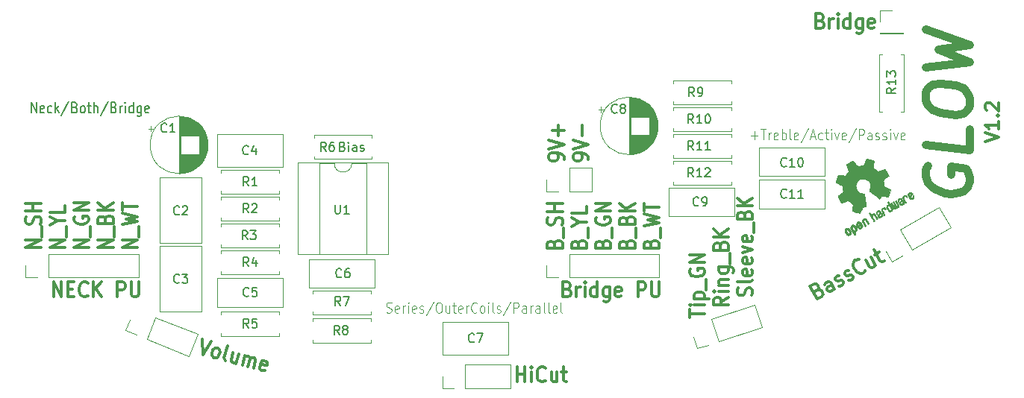
<source format=gbr>
%TF.GenerationSoftware,KiCad,Pcbnew,6.0.4-6f826c9f35~116~ubuntu20.04.1*%
%TF.CreationDate,2022-05-04T16:18:10+02:00*%
%TF.ProjectId,preamp,70726561-6d70-42e6-9b69-6361645f7063,A*%
%TF.SameCoordinates,Original*%
%TF.FileFunction,Legend,Top*%
%TF.FilePolarity,Positive*%
%FSLAX46Y46*%
G04 Gerber Fmt 4.6, Leading zero omitted, Abs format (unit mm)*
G04 Created by KiCad (PCBNEW 6.0.4-6f826c9f35~116~ubuntu20.04.1) date 2022-05-04 16:18:10*
%MOMM*%
%LPD*%
G01*
G04 APERTURE LIST*
%ADD10C,0.300000*%
%ADD11C,0.150000*%
%ADD12C,0.125000*%
%ADD13C,0.900000*%
%ADD14C,0.120000*%
%ADD15C,0.010000*%
G04 APERTURE END LIST*
D10*
X39931666Y-123451047D02*
X39931666Y-121751047D01*
X40811666Y-123451047D01*
X40811666Y-121751047D01*
X41545000Y-122560571D02*
X42058333Y-122560571D01*
X42278333Y-123451047D02*
X41545000Y-123451047D01*
X41545000Y-121751047D01*
X42278333Y-121751047D01*
X43818333Y-123289142D02*
X43745000Y-123370095D01*
X43525000Y-123451047D01*
X43378333Y-123451047D01*
X43158333Y-123370095D01*
X43011666Y-123208190D01*
X42938333Y-123046285D01*
X42865000Y-122722476D01*
X42865000Y-122479619D01*
X42938333Y-122155809D01*
X43011666Y-121993904D01*
X43158333Y-121832000D01*
X43378333Y-121751047D01*
X43525000Y-121751047D01*
X43745000Y-121832000D01*
X43818333Y-121912952D01*
X44478333Y-123451047D02*
X44478333Y-121751047D01*
X45358333Y-123451047D02*
X44698333Y-122479619D01*
X45358333Y-121751047D02*
X44478333Y-122722476D01*
X47191666Y-123451047D02*
X47191666Y-121751047D01*
X47778333Y-121751047D01*
X47925000Y-121832000D01*
X47998333Y-121912952D01*
X48071666Y-122074857D01*
X48071666Y-122317714D01*
X47998333Y-122479619D01*
X47925000Y-122560571D01*
X47778333Y-122641523D01*
X47191666Y-122641523D01*
X48731666Y-121751047D02*
X48731666Y-123127238D01*
X48805000Y-123289142D01*
X48878333Y-123370095D01*
X49025000Y-123451047D01*
X49318333Y-123451047D01*
X49465000Y-123370095D01*
X49538333Y-123289142D01*
X49611666Y-123127238D01*
X49611666Y-121751047D01*
X56831972Y-128221198D02*
X56887822Y-129996133D01*
X57823656Y-128486919D01*
X58092009Y-130318794D02*
X57971292Y-130202640D01*
X57921410Y-130105466D01*
X57892479Y-129930098D01*
X58018191Y-129460934D01*
X58130930Y-129323526D01*
X58222717Y-129264312D01*
X58385338Y-129224078D01*
X58597841Y-129281018D01*
X58718558Y-129397172D01*
X58768441Y-129494346D01*
X58797372Y-129669714D01*
X58671659Y-130138878D01*
X58558921Y-130276286D01*
X58467134Y-130335500D01*
X58304513Y-130375734D01*
X58092009Y-130318794D01*
X59437866Y-130679415D02*
X59317149Y-130563261D01*
X59288218Y-130387893D01*
X59665355Y-128980401D01*
X60935382Y-129907360D02*
X60642054Y-131002076D01*
X60297871Y-129736540D02*
X60067399Y-130596674D01*
X60096329Y-130772042D01*
X60217046Y-130888196D01*
X60429550Y-130945136D01*
X60592171Y-130904902D01*
X60683958Y-130845688D01*
X61350399Y-131191877D02*
X61643727Y-130097161D01*
X61601823Y-130253549D02*
X61693610Y-130194335D01*
X61856231Y-130154101D01*
X62068735Y-130211041D01*
X62189452Y-130327195D01*
X62218382Y-130502563D01*
X61987910Y-131362697D01*
X62218382Y-130502563D02*
X62331121Y-130365155D01*
X62493742Y-130324922D01*
X62706246Y-130381862D01*
X62826963Y-130498016D01*
X62855894Y-130673384D01*
X62625421Y-131533518D01*
X63921395Y-131796965D02*
X63758774Y-131837199D01*
X63475436Y-131761279D01*
X63354719Y-131645125D01*
X63325788Y-131469756D01*
X63493405Y-130844204D01*
X63606143Y-130706797D01*
X63768764Y-130666563D01*
X64052103Y-130742483D01*
X64172820Y-130858637D01*
X64201750Y-131034005D01*
X64159846Y-131190393D01*
X63409596Y-131156980D01*
X112057547Y-125769333D02*
X112057547Y-124889333D01*
X113757547Y-125329333D02*
X112057547Y-125329333D01*
X113757547Y-124376000D02*
X112624214Y-124376000D01*
X112057547Y-124376000D02*
X112138500Y-124449333D01*
X112219452Y-124376000D01*
X112138500Y-124302666D01*
X112057547Y-124376000D01*
X112219452Y-124376000D01*
X112624214Y-123642666D02*
X114324214Y-123642666D01*
X112705166Y-123642666D02*
X112624214Y-123496000D01*
X112624214Y-123202666D01*
X112705166Y-123056000D01*
X112786119Y-122982666D01*
X112948023Y-122909333D01*
X113433738Y-122909333D01*
X113595642Y-122982666D01*
X113676595Y-123056000D01*
X113757547Y-123202666D01*
X113757547Y-123496000D01*
X113676595Y-123642666D01*
X113919452Y-122616000D02*
X113919452Y-121442666D01*
X112138500Y-120269333D02*
X112057547Y-120416000D01*
X112057547Y-120636000D01*
X112138500Y-120856000D01*
X112300404Y-121002666D01*
X112462309Y-121076000D01*
X112786119Y-121149333D01*
X113028976Y-121149333D01*
X113352785Y-121076000D01*
X113514690Y-121002666D01*
X113676595Y-120856000D01*
X113757547Y-120636000D01*
X113757547Y-120489333D01*
X113676595Y-120269333D01*
X113595642Y-120196000D01*
X113028976Y-120196000D01*
X113028976Y-120489333D01*
X113757547Y-119536000D02*
X112057547Y-119536000D01*
X113757547Y-118656000D01*
X112057547Y-118656000D01*
X116494547Y-123496000D02*
X115685023Y-124009333D01*
X116494547Y-124376000D02*
X114794547Y-124376000D01*
X114794547Y-123789333D01*
X114875500Y-123642666D01*
X114956452Y-123569333D01*
X115118357Y-123496000D01*
X115361214Y-123496000D01*
X115523119Y-123569333D01*
X115604071Y-123642666D01*
X115685023Y-123789333D01*
X115685023Y-124376000D01*
X116494547Y-122836000D02*
X115361214Y-122836000D01*
X114794547Y-122836000D02*
X114875500Y-122909333D01*
X114956452Y-122836000D01*
X114875500Y-122762666D01*
X114794547Y-122836000D01*
X114956452Y-122836000D01*
X115361214Y-122102666D02*
X116494547Y-122102666D01*
X115523119Y-122102666D02*
X115442166Y-122029333D01*
X115361214Y-121882666D01*
X115361214Y-121662666D01*
X115442166Y-121516000D01*
X115604071Y-121442666D01*
X116494547Y-121442666D01*
X115361214Y-120049333D02*
X116737404Y-120049333D01*
X116899309Y-120122666D01*
X116980261Y-120196000D01*
X117061214Y-120342666D01*
X117061214Y-120562666D01*
X116980261Y-120709333D01*
X116413595Y-120049333D02*
X116494547Y-120196000D01*
X116494547Y-120489333D01*
X116413595Y-120636000D01*
X116332642Y-120709333D01*
X116170738Y-120782666D01*
X115685023Y-120782666D01*
X115523119Y-120709333D01*
X115442166Y-120636000D01*
X115361214Y-120489333D01*
X115361214Y-120196000D01*
X115442166Y-120049333D01*
X116656452Y-119682666D02*
X116656452Y-118509333D01*
X115604071Y-117629333D02*
X115685023Y-117409333D01*
X115765976Y-117336000D01*
X115927880Y-117262666D01*
X116170738Y-117262666D01*
X116332642Y-117336000D01*
X116413595Y-117409333D01*
X116494547Y-117556000D01*
X116494547Y-118142666D01*
X114794547Y-118142666D01*
X114794547Y-117629333D01*
X114875500Y-117482666D01*
X114956452Y-117409333D01*
X115118357Y-117336000D01*
X115280261Y-117336000D01*
X115442166Y-117409333D01*
X115523119Y-117482666D01*
X115604071Y-117629333D01*
X115604071Y-118142666D01*
X116494547Y-116602666D02*
X114794547Y-116602666D01*
X116494547Y-115722666D02*
X115523119Y-116382666D01*
X114794547Y-115722666D02*
X115765976Y-116602666D01*
X119150595Y-123276000D02*
X119231547Y-123056000D01*
X119231547Y-122689333D01*
X119150595Y-122542666D01*
X119069642Y-122469333D01*
X118907738Y-122396000D01*
X118745833Y-122396000D01*
X118583928Y-122469333D01*
X118502976Y-122542666D01*
X118422023Y-122689333D01*
X118341071Y-122982666D01*
X118260119Y-123129333D01*
X118179166Y-123202666D01*
X118017261Y-123276000D01*
X117855357Y-123276000D01*
X117693452Y-123202666D01*
X117612500Y-123129333D01*
X117531547Y-122982666D01*
X117531547Y-122616000D01*
X117612500Y-122396000D01*
X119231547Y-121516000D02*
X119150595Y-121662666D01*
X118988690Y-121736000D01*
X117531547Y-121736000D01*
X119150595Y-120342666D02*
X119231547Y-120489333D01*
X119231547Y-120782666D01*
X119150595Y-120929333D01*
X118988690Y-121002666D01*
X118341071Y-121002666D01*
X118179166Y-120929333D01*
X118098214Y-120782666D01*
X118098214Y-120489333D01*
X118179166Y-120342666D01*
X118341071Y-120269333D01*
X118502976Y-120269333D01*
X118664880Y-121002666D01*
X119150595Y-119022666D02*
X119231547Y-119169333D01*
X119231547Y-119462666D01*
X119150595Y-119609333D01*
X118988690Y-119682666D01*
X118341071Y-119682666D01*
X118179166Y-119609333D01*
X118098214Y-119462666D01*
X118098214Y-119169333D01*
X118179166Y-119022666D01*
X118341071Y-118949333D01*
X118502976Y-118949333D01*
X118664880Y-119682666D01*
X118098214Y-118436000D02*
X119231547Y-118069333D01*
X118098214Y-117702666D01*
X119150595Y-116529333D02*
X119231547Y-116676000D01*
X119231547Y-116969333D01*
X119150595Y-117116000D01*
X118988690Y-117189333D01*
X118341071Y-117189333D01*
X118179166Y-117116000D01*
X118098214Y-116969333D01*
X118098214Y-116676000D01*
X118179166Y-116529333D01*
X118341071Y-116456000D01*
X118502976Y-116456000D01*
X118664880Y-117189333D01*
X119393452Y-116162666D02*
X119393452Y-114989333D01*
X118341071Y-114109333D02*
X118422023Y-113889333D01*
X118502976Y-113816000D01*
X118664880Y-113742666D01*
X118907738Y-113742666D01*
X119069642Y-113816000D01*
X119150595Y-113889333D01*
X119231547Y-114036000D01*
X119231547Y-114622666D01*
X117531547Y-114622666D01*
X117531547Y-114109333D01*
X117612500Y-113962666D01*
X117693452Y-113889333D01*
X117855357Y-113816000D01*
X118017261Y-113816000D01*
X118179166Y-113889333D01*
X118260119Y-113962666D01*
X118341071Y-114109333D01*
X118341071Y-114622666D01*
X119231547Y-113082666D02*
X117531547Y-113082666D01*
X119231547Y-112202666D02*
X118260119Y-112862666D01*
X117531547Y-112202666D02*
X118502976Y-113082666D01*
X96766571Y-117416000D02*
X96847523Y-117196000D01*
X96928476Y-117122666D01*
X97090380Y-117049333D01*
X97333238Y-117049333D01*
X97495142Y-117122666D01*
X97576095Y-117196000D01*
X97657047Y-117342666D01*
X97657047Y-117929333D01*
X95957047Y-117929333D01*
X95957047Y-117416000D01*
X96038000Y-117269333D01*
X96118952Y-117196000D01*
X96280857Y-117122666D01*
X96442761Y-117122666D01*
X96604666Y-117196000D01*
X96685619Y-117269333D01*
X96766571Y-117416000D01*
X96766571Y-117929333D01*
X97818952Y-116756000D02*
X97818952Y-115582666D01*
X97576095Y-115289333D02*
X97657047Y-115069333D01*
X97657047Y-114702666D01*
X97576095Y-114556000D01*
X97495142Y-114482666D01*
X97333238Y-114409333D01*
X97171333Y-114409333D01*
X97009428Y-114482666D01*
X96928476Y-114556000D01*
X96847523Y-114702666D01*
X96766571Y-114996000D01*
X96685619Y-115142666D01*
X96604666Y-115216000D01*
X96442761Y-115289333D01*
X96280857Y-115289333D01*
X96118952Y-115216000D01*
X96038000Y-115142666D01*
X95957047Y-114996000D01*
X95957047Y-114629333D01*
X96038000Y-114409333D01*
X97657047Y-113749333D02*
X95957047Y-113749333D01*
X96766571Y-113749333D02*
X96766571Y-112869333D01*
X97657047Y-112869333D02*
X95957047Y-112869333D01*
X99503571Y-117416000D02*
X99584523Y-117196000D01*
X99665476Y-117122666D01*
X99827380Y-117049333D01*
X100070238Y-117049333D01*
X100232142Y-117122666D01*
X100313095Y-117196000D01*
X100394047Y-117342666D01*
X100394047Y-117929333D01*
X98694047Y-117929333D01*
X98694047Y-117416000D01*
X98775000Y-117269333D01*
X98855952Y-117196000D01*
X99017857Y-117122666D01*
X99179761Y-117122666D01*
X99341666Y-117196000D01*
X99422619Y-117269333D01*
X99503571Y-117416000D01*
X99503571Y-117929333D01*
X100555952Y-116756000D02*
X100555952Y-115582666D01*
X99584523Y-114922666D02*
X100394047Y-114922666D01*
X98694047Y-115436000D02*
X99584523Y-114922666D01*
X98694047Y-114409333D01*
X100394047Y-113162666D02*
X100394047Y-113896000D01*
X98694047Y-113896000D01*
X102240571Y-117416000D02*
X102321523Y-117196000D01*
X102402476Y-117122666D01*
X102564380Y-117049333D01*
X102807238Y-117049333D01*
X102969142Y-117122666D01*
X103050095Y-117196000D01*
X103131047Y-117342666D01*
X103131047Y-117929333D01*
X101431047Y-117929333D01*
X101431047Y-117416000D01*
X101512000Y-117269333D01*
X101592952Y-117196000D01*
X101754857Y-117122666D01*
X101916761Y-117122666D01*
X102078666Y-117196000D01*
X102159619Y-117269333D01*
X102240571Y-117416000D01*
X102240571Y-117929333D01*
X103292952Y-116756000D02*
X103292952Y-115582666D01*
X101512000Y-114409333D02*
X101431047Y-114556000D01*
X101431047Y-114776000D01*
X101512000Y-114996000D01*
X101673904Y-115142666D01*
X101835809Y-115216000D01*
X102159619Y-115289333D01*
X102402476Y-115289333D01*
X102726285Y-115216000D01*
X102888190Y-115142666D01*
X103050095Y-114996000D01*
X103131047Y-114776000D01*
X103131047Y-114629333D01*
X103050095Y-114409333D01*
X102969142Y-114336000D01*
X102402476Y-114336000D01*
X102402476Y-114629333D01*
X103131047Y-113676000D02*
X101431047Y-113676000D01*
X103131047Y-112796000D01*
X101431047Y-112796000D01*
X104977571Y-117416000D02*
X105058523Y-117196000D01*
X105139476Y-117122666D01*
X105301380Y-117049333D01*
X105544238Y-117049333D01*
X105706142Y-117122666D01*
X105787095Y-117196000D01*
X105868047Y-117342666D01*
X105868047Y-117929333D01*
X104168047Y-117929333D01*
X104168047Y-117416000D01*
X104249000Y-117269333D01*
X104329952Y-117196000D01*
X104491857Y-117122666D01*
X104653761Y-117122666D01*
X104815666Y-117196000D01*
X104896619Y-117269333D01*
X104977571Y-117416000D01*
X104977571Y-117929333D01*
X106029952Y-116756000D02*
X106029952Y-115582666D01*
X104977571Y-114702666D02*
X105058523Y-114482666D01*
X105139476Y-114409333D01*
X105301380Y-114336000D01*
X105544238Y-114336000D01*
X105706142Y-114409333D01*
X105787095Y-114482666D01*
X105868047Y-114629333D01*
X105868047Y-115216000D01*
X104168047Y-115216000D01*
X104168047Y-114702666D01*
X104249000Y-114556000D01*
X104329952Y-114482666D01*
X104491857Y-114409333D01*
X104653761Y-114409333D01*
X104815666Y-114482666D01*
X104896619Y-114556000D01*
X104977571Y-114702666D01*
X104977571Y-115216000D01*
X105868047Y-113676000D02*
X104168047Y-113676000D01*
X105868047Y-112796000D02*
X104896619Y-113456000D01*
X104168047Y-112796000D02*
X105139476Y-113676000D01*
X107714571Y-117416000D02*
X107795523Y-117196000D01*
X107876476Y-117122666D01*
X108038380Y-117049333D01*
X108281238Y-117049333D01*
X108443142Y-117122666D01*
X108524095Y-117196000D01*
X108605047Y-117342666D01*
X108605047Y-117929333D01*
X106905047Y-117929333D01*
X106905047Y-117416000D01*
X106986000Y-117269333D01*
X107066952Y-117196000D01*
X107228857Y-117122666D01*
X107390761Y-117122666D01*
X107552666Y-117196000D01*
X107633619Y-117269333D01*
X107714571Y-117416000D01*
X107714571Y-117929333D01*
X108766952Y-116756000D02*
X108766952Y-115582666D01*
X106905047Y-115362666D02*
X108605047Y-114996000D01*
X107390761Y-114702666D01*
X108605047Y-114409333D01*
X106905047Y-114042666D01*
X106905047Y-113676000D02*
X106905047Y-112796000D01*
X108605047Y-113236000D02*
X106905047Y-113236000D01*
D11*
X72721452Y-106354571D02*
X72864309Y-106402190D01*
X72911928Y-106449809D01*
X72959547Y-106545047D01*
X72959547Y-106687904D01*
X72911928Y-106783142D01*
X72864309Y-106830761D01*
X72769071Y-106878380D01*
X72388119Y-106878380D01*
X72388119Y-105878380D01*
X72721452Y-105878380D01*
X72816690Y-105926000D01*
X72864309Y-105973619D01*
X72911928Y-106068857D01*
X72911928Y-106164095D01*
X72864309Y-106259333D01*
X72816690Y-106306952D01*
X72721452Y-106354571D01*
X72388119Y-106354571D01*
X73388119Y-106878380D02*
X73388119Y-106211714D01*
X73388119Y-105878380D02*
X73340500Y-105926000D01*
X73388119Y-105973619D01*
X73435738Y-105926000D01*
X73388119Y-105878380D01*
X73388119Y-105973619D01*
X74292880Y-106878380D02*
X74292880Y-106354571D01*
X74245261Y-106259333D01*
X74150023Y-106211714D01*
X73959547Y-106211714D01*
X73864309Y-106259333D01*
X74292880Y-106830761D02*
X74197642Y-106878380D01*
X73959547Y-106878380D01*
X73864309Y-106830761D01*
X73816690Y-106735523D01*
X73816690Y-106640285D01*
X73864309Y-106545047D01*
X73959547Y-106497428D01*
X74197642Y-106497428D01*
X74292880Y-106449809D01*
X74721452Y-106830761D02*
X74816690Y-106878380D01*
X75007166Y-106878380D01*
X75102404Y-106830761D01*
X75150023Y-106735523D01*
X75150023Y-106687904D01*
X75102404Y-106592666D01*
X75007166Y-106545047D01*
X74864309Y-106545047D01*
X74769071Y-106497428D01*
X74721452Y-106402190D01*
X74721452Y-106354571D01*
X74769071Y-106259333D01*
X74864309Y-106211714D01*
X75007166Y-106211714D01*
X75102404Y-106259333D01*
X37402333Y-102523857D02*
X37402333Y-101323857D01*
X37973761Y-102523857D01*
X37973761Y-101323857D01*
X38830904Y-102466714D02*
X38735666Y-102523857D01*
X38545190Y-102523857D01*
X38449952Y-102466714D01*
X38402333Y-102352428D01*
X38402333Y-101895285D01*
X38449952Y-101781000D01*
X38545190Y-101723857D01*
X38735666Y-101723857D01*
X38830904Y-101781000D01*
X38878523Y-101895285D01*
X38878523Y-102009571D01*
X38402333Y-102123857D01*
X39735666Y-102466714D02*
X39640428Y-102523857D01*
X39449952Y-102523857D01*
X39354714Y-102466714D01*
X39307095Y-102409571D01*
X39259476Y-102295285D01*
X39259476Y-101952428D01*
X39307095Y-101838142D01*
X39354714Y-101781000D01*
X39449952Y-101723857D01*
X39640428Y-101723857D01*
X39735666Y-101781000D01*
X40164238Y-102523857D02*
X40164238Y-101323857D01*
X40259476Y-102066714D02*
X40545190Y-102523857D01*
X40545190Y-101723857D02*
X40164238Y-102181000D01*
X41688047Y-101266714D02*
X40830904Y-102809571D01*
X42354714Y-101895285D02*
X42497571Y-101952428D01*
X42545190Y-102009571D01*
X42592809Y-102123857D01*
X42592809Y-102295285D01*
X42545190Y-102409571D01*
X42497571Y-102466714D01*
X42402333Y-102523857D01*
X42021380Y-102523857D01*
X42021380Y-101323857D01*
X42354714Y-101323857D01*
X42449952Y-101381000D01*
X42497571Y-101438142D01*
X42545190Y-101552428D01*
X42545190Y-101666714D01*
X42497571Y-101781000D01*
X42449952Y-101838142D01*
X42354714Y-101895285D01*
X42021380Y-101895285D01*
X43164238Y-102523857D02*
X43069000Y-102466714D01*
X43021380Y-102409571D01*
X42973761Y-102295285D01*
X42973761Y-101952428D01*
X43021380Y-101838142D01*
X43069000Y-101781000D01*
X43164238Y-101723857D01*
X43307095Y-101723857D01*
X43402333Y-101781000D01*
X43449952Y-101838142D01*
X43497571Y-101952428D01*
X43497571Y-102295285D01*
X43449952Y-102409571D01*
X43402333Y-102466714D01*
X43307095Y-102523857D01*
X43164238Y-102523857D01*
X43783285Y-101723857D02*
X44164238Y-101723857D01*
X43926142Y-101323857D02*
X43926142Y-102352428D01*
X43973761Y-102466714D01*
X44069000Y-102523857D01*
X44164238Y-102523857D01*
X44497571Y-102523857D02*
X44497571Y-101323857D01*
X44926142Y-102523857D02*
X44926142Y-101895285D01*
X44878523Y-101781000D01*
X44783285Y-101723857D01*
X44640428Y-101723857D01*
X44545190Y-101781000D01*
X44497571Y-101838142D01*
X46116619Y-101266714D02*
X45259476Y-102809571D01*
X46783285Y-101895285D02*
X46926142Y-101952428D01*
X46973761Y-102009571D01*
X47021380Y-102123857D01*
X47021380Y-102295285D01*
X46973761Y-102409571D01*
X46926142Y-102466714D01*
X46830904Y-102523857D01*
X46449952Y-102523857D01*
X46449952Y-101323857D01*
X46783285Y-101323857D01*
X46878523Y-101381000D01*
X46926142Y-101438142D01*
X46973761Y-101552428D01*
X46973761Y-101666714D01*
X46926142Y-101781000D01*
X46878523Y-101838142D01*
X46783285Y-101895285D01*
X46449952Y-101895285D01*
X47449952Y-102523857D02*
X47449952Y-101723857D01*
X47449952Y-101952428D02*
X47497571Y-101838142D01*
X47545190Y-101781000D01*
X47640428Y-101723857D01*
X47735666Y-101723857D01*
X48069000Y-102523857D02*
X48069000Y-101723857D01*
X48069000Y-101323857D02*
X48021380Y-101381000D01*
X48069000Y-101438142D01*
X48116619Y-101381000D01*
X48069000Y-101323857D01*
X48069000Y-101438142D01*
X48973761Y-102523857D02*
X48973761Y-101323857D01*
X48973761Y-102466714D02*
X48878523Y-102523857D01*
X48688047Y-102523857D01*
X48592809Y-102466714D01*
X48545190Y-102409571D01*
X48497571Y-102295285D01*
X48497571Y-101952428D01*
X48545190Y-101838142D01*
X48592809Y-101781000D01*
X48688047Y-101723857D01*
X48878523Y-101723857D01*
X48973761Y-101781000D01*
X49878523Y-101723857D02*
X49878523Y-102695285D01*
X49830904Y-102809571D01*
X49783285Y-102866714D01*
X49688047Y-102923857D01*
X49545190Y-102923857D01*
X49449952Y-102866714D01*
X49878523Y-102466714D02*
X49783285Y-102523857D01*
X49592809Y-102523857D01*
X49497571Y-102466714D01*
X49449952Y-102409571D01*
X49402333Y-102295285D01*
X49402333Y-101952428D01*
X49449952Y-101838142D01*
X49497571Y-101781000D01*
X49592809Y-101723857D01*
X49783285Y-101723857D01*
X49878523Y-101781000D01*
X50735666Y-102466714D02*
X50640428Y-102523857D01*
X50449952Y-102523857D01*
X50354714Y-102466714D01*
X50307095Y-102352428D01*
X50307095Y-101895285D01*
X50354714Y-101781000D01*
X50449952Y-101723857D01*
X50640428Y-101723857D01*
X50735666Y-101781000D01*
X50783285Y-101895285D01*
X50783285Y-102009571D01*
X50307095Y-102123857D01*
D10*
X126600263Y-122674339D02*
X126831264Y-122634446D01*
X126935249Y-122667886D01*
X127079710Y-122771433D01*
X127201139Y-122981754D01*
X127218582Y-123158634D01*
X127195550Y-123265407D01*
X127109009Y-123408848D01*
X126600941Y-123702181D01*
X125750941Y-122229938D01*
X126195501Y-121973271D01*
X126362994Y-121970045D01*
X126466979Y-122003485D01*
X126611439Y-122107032D01*
X126692392Y-122247245D01*
X126709836Y-122424126D01*
X126686803Y-122530899D01*
X126600263Y-122674339D01*
X126155703Y-122931006D01*
X128506197Y-122602181D02*
X128060959Y-121831006D01*
X127916498Y-121727459D01*
X127749005Y-121730685D01*
X127494970Y-121877352D01*
X127408430Y-122020792D01*
X128465721Y-122532074D02*
X128379180Y-122675514D01*
X128061637Y-122858848D01*
X127894144Y-122862074D01*
X127749683Y-122758527D01*
X127668731Y-122618314D01*
X127651287Y-122441433D01*
X127737828Y-122297993D01*
X128055370Y-122114660D01*
X128141911Y-121971220D01*
X129037297Y-122202074D02*
X129204791Y-122198848D01*
X129458825Y-122052181D01*
X129545366Y-121908741D01*
X129527922Y-121731860D01*
X129487446Y-121661754D01*
X129342985Y-121558207D01*
X129175491Y-121561433D01*
X128984966Y-121671433D01*
X128817473Y-121674660D01*
X128673012Y-121571113D01*
X128632535Y-121501006D01*
X128615092Y-121324126D01*
X128701632Y-121180685D01*
X128892158Y-121070685D01*
X129059651Y-121067459D01*
X130116942Y-121578741D02*
X130284436Y-121575514D01*
X130538470Y-121428848D01*
X130625011Y-121285407D01*
X130607567Y-121108527D01*
X130567091Y-121038420D01*
X130422630Y-120934873D01*
X130255136Y-120938100D01*
X130064611Y-121048100D01*
X129897118Y-121051326D01*
X129752657Y-120947779D01*
X129712180Y-120877673D01*
X129694737Y-120700792D01*
X129781277Y-120557352D01*
X129971803Y-120447352D01*
X130139296Y-120444126D01*
X131981722Y-120408634D02*
X131958690Y-120515407D01*
X131808640Y-120695514D01*
X131681623Y-120768848D01*
X131450622Y-120808741D01*
X131242652Y-120741860D01*
X131098191Y-120638314D01*
X130872778Y-120394553D01*
X130751349Y-120184232D01*
X130652953Y-119867139D01*
X130635509Y-119690258D01*
X130681574Y-119476711D01*
X130831623Y-119296604D01*
X130958640Y-119223271D01*
X131189642Y-119183378D01*
X131293627Y-119216818D01*
X132639161Y-118907352D02*
X133205828Y-119888848D01*
X132067585Y-119237352D02*
X132512823Y-120008527D01*
X132657284Y-120112074D01*
X132824777Y-120108848D01*
X133015302Y-119998848D01*
X133101843Y-119855407D01*
X133124876Y-119748634D01*
X133083721Y-118650685D02*
X133591789Y-118357352D01*
X132990913Y-118049938D02*
X133719485Y-119311860D01*
X133863946Y-119415407D01*
X134031439Y-119412181D01*
X134158456Y-119338848D01*
X98230000Y-122560571D02*
X98450000Y-122641523D01*
X98523333Y-122722476D01*
X98596666Y-122884380D01*
X98596666Y-123127238D01*
X98523333Y-123289142D01*
X98450000Y-123370095D01*
X98303333Y-123451047D01*
X97716666Y-123451047D01*
X97716666Y-121751047D01*
X98230000Y-121751047D01*
X98376666Y-121832000D01*
X98450000Y-121912952D01*
X98523333Y-122074857D01*
X98523333Y-122236761D01*
X98450000Y-122398666D01*
X98376666Y-122479619D01*
X98230000Y-122560571D01*
X97716666Y-122560571D01*
X99256666Y-123451047D02*
X99256666Y-122317714D01*
X99256666Y-122641523D02*
X99330000Y-122479619D01*
X99403333Y-122398666D01*
X99550000Y-122317714D01*
X99696666Y-122317714D01*
X100210000Y-123451047D02*
X100210000Y-122317714D01*
X100210000Y-121751047D02*
X100136666Y-121832000D01*
X100210000Y-121912952D01*
X100283333Y-121832000D01*
X100210000Y-121751047D01*
X100210000Y-121912952D01*
X101603333Y-123451047D02*
X101603333Y-121751047D01*
X101603333Y-123370095D02*
X101456666Y-123451047D01*
X101163333Y-123451047D01*
X101016666Y-123370095D01*
X100943333Y-123289142D01*
X100870000Y-123127238D01*
X100870000Y-122641523D01*
X100943333Y-122479619D01*
X101016666Y-122398666D01*
X101163333Y-122317714D01*
X101456666Y-122317714D01*
X101603333Y-122398666D01*
X102996666Y-122317714D02*
X102996666Y-123693904D01*
X102923333Y-123855809D01*
X102850000Y-123936761D01*
X102703333Y-124017714D01*
X102483333Y-124017714D01*
X102336666Y-123936761D01*
X102996666Y-123370095D02*
X102850000Y-123451047D01*
X102556666Y-123451047D01*
X102410000Y-123370095D01*
X102336666Y-123289142D01*
X102263333Y-123127238D01*
X102263333Y-122641523D01*
X102336666Y-122479619D01*
X102410000Y-122398666D01*
X102556666Y-122317714D01*
X102850000Y-122317714D01*
X102996666Y-122398666D01*
X104316666Y-123370095D02*
X104170000Y-123451047D01*
X103876666Y-123451047D01*
X103730000Y-123370095D01*
X103656666Y-123208190D01*
X103656666Y-122560571D01*
X103730000Y-122398666D01*
X103876666Y-122317714D01*
X104170000Y-122317714D01*
X104316666Y-122398666D01*
X104390000Y-122560571D01*
X104390000Y-122722476D01*
X103656666Y-122884380D01*
X106223333Y-123451047D02*
X106223333Y-121751047D01*
X106810000Y-121751047D01*
X106956666Y-121832000D01*
X107030000Y-121912952D01*
X107103333Y-122074857D01*
X107103333Y-122317714D01*
X107030000Y-122479619D01*
X106956666Y-122560571D01*
X106810000Y-122641523D01*
X106223333Y-122641523D01*
X107763333Y-121751047D02*
X107763333Y-123127238D01*
X107836666Y-123289142D01*
X107910000Y-123370095D01*
X108056666Y-123451047D01*
X108350000Y-123451047D01*
X108496666Y-123370095D01*
X108570000Y-123289142D01*
X108643333Y-123127238D01*
X108643333Y-121751047D01*
D12*
X119071523Y-105114714D02*
X119833428Y-105114714D01*
X119452476Y-105571857D02*
X119452476Y-104657571D01*
X120166761Y-104371857D02*
X120738190Y-104371857D01*
X120452476Y-105571857D02*
X120452476Y-104371857D01*
X121071523Y-105571857D02*
X121071523Y-104771857D01*
X121071523Y-105000428D02*
X121119142Y-104886142D01*
X121166761Y-104829000D01*
X121262000Y-104771857D01*
X121357238Y-104771857D01*
X122071523Y-105514714D02*
X121976285Y-105571857D01*
X121785809Y-105571857D01*
X121690571Y-105514714D01*
X121642952Y-105400428D01*
X121642952Y-104943285D01*
X121690571Y-104829000D01*
X121785809Y-104771857D01*
X121976285Y-104771857D01*
X122071523Y-104829000D01*
X122119142Y-104943285D01*
X122119142Y-105057571D01*
X121642952Y-105171857D01*
X122547714Y-105571857D02*
X122547714Y-104371857D01*
X122547714Y-104829000D02*
X122642952Y-104771857D01*
X122833428Y-104771857D01*
X122928666Y-104829000D01*
X122976285Y-104886142D01*
X123023904Y-105000428D01*
X123023904Y-105343285D01*
X122976285Y-105457571D01*
X122928666Y-105514714D01*
X122833428Y-105571857D01*
X122642952Y-105571857D01*
X122547714Y-105514714D01*
X123595333Y-105571857D02*
X123500095Y-105514714D01*
X123452476Y-105400428D01*
X123452476Y-104371857D01*
X124357238Y-105514714D02*
X124262000Y-105571857D01*
X124071523Y-105571857D01*
X123976285Y-105514714D01*
X123928666Y-105400428D01*
X123928666Y-104943285D01*
X123976285Y-104829000D01*
X124071523Y-104771857D01*
X124262000Y-104771857D01*
X124357238Y-104829000D01*
X124404857Y-104943285D01*
X124404857Y-105057571D01*
X123928666Y-105171857D01*
X125547714Y-104314714D02*
X124690571Y-105857571D01*
X125833428Y-105229000D02*
X126309619Y-105229000D01*
X125738190Y-105571857D02*
X126071523Y-104371857D01*
X126404857Y-105571857D01*
X127166761Y-105514714D02*
X127071523Y-105571857D01*
X126881047Y-105571857D01*
X126785809Y-105514714D01*
X126738190Y-105457571D01*
X126690571Y-105343285D01*
X126690571Y-105000428D01*
X126738190Y-104886142D01*
X126785809Y-104829000D01*
X126881047Y-104771857D01*
X127071523Y-104771857D01*
X127166761Y-104829000D01*
X127452476Y-104771857D02*
X127833428Y-104771857D01*
X127595333Y-104371857D02*
X127595333Y-105400428D01*
X127642952Y-105514714D01*
X127738190Y-105571857D01*
X127833428Y-105571857D01*
X128166761Y-105571857D02*
X128166761Y-104771857D01*
X128166761Y-104371857D02*
X128119142Y-104429000D01*
X128166761Y-104486142D01*
X128214380Y-104429000D01*
X128166761Y-104371857D01*
X128166761Y-104486142D01*
X128547714Y-104771857D02*
X128785809Y-105571857D01*
X129023904Y-104771857D01*
X129785809Y-105514714D02*
X129690571Y-105571857D01*
X129500095Y-105571857D01*
X129404857Y-105514714D01*
X129357238Y-105400428D01*
X129357238Y-104943285D01*
X129404857Y-104829000D01*
X129500095Y-104771857D01*
X129690571Y-104771857D01*
X129785809Y-104829000D01*
X129833428Y-104943285D01*
X129833428Y-105057571D01*
X129357238Y-105171857D01*
X130976285Y-104314714D02*
X130119142Y-105857571D01*
X131309619Y-105571857D02*
X131309619Y-104371857D01*
X131690571Y-104371857D01*
X131785809Y-104429000D01*
X131833428Y-104486142D01*
X131881047Y-104600428D01*
X131881047Y-104771857D01*
X131833428Y-104886142D01*
X131785809Y-104943285D01*
X131690571Y-105000428D01*
X131309619Y-105000428D01*
X132738190Y-105571857D02*
X132738190Y-104943285D01*
X132690571Y-104829000D01*
X132595333Y-104771857D01*
X132404857Y-104771857D01*
X132309619Y-104829000D01*
X132738190Y-105514714D02*
X132642952Y-105571857D01*
X132404857Y-105571857D01*
X132309619Y-105514714D01*
X132261999Y-105400428D01*
X132261999Y-105286142D01*
X132309619Y-105171857D01*
X132404857Y-105114714D01*
X132642952Y-105114714D01*
X132738190Y-105057571D01*
X133166761Y-105514714D02*
X133261999Y-105571857D01*
X133452476Y-105571857D01*
X133547714Y-105514714D01*
X133595333Y-105400428D01*
X133595333Y-105343285D01*
X133547714Y-105229000D01*
X133452476Y-105171857D01*
X133309619Y-105171857D01*
X133214380Y-105114714D01*
X133166761Y-105000428D01*
X133166761Y-104943285D01*
X133214380Y-104829000D01*
X133309619Y-104771857D01*
X133452476Y-104771857D01*
X133547714Y-104829000D01*
X133976285Y-105514714D02*
X134071523Y-105571857D01*
X134262000Y-105571857D01*
X134357238Y-105514714D01*
X134404857Y-105400428D01*
X134404857Y-105343285D01*
X134357238Y-105229000D01*
X134262000Y-105171857D01*
X134119142Y-105171857D01*
X134023904Y-105114714D01*
X133976285Y-105000428D01*
X133976285Y-104943285D01*
X134023904Y-104829000D01*
X134119142Y-104771857D01*
X134262000Y-104771857D01*
X134357238Y-104829000D01*
X134833428Y-105571857D02*
X134833428Y-104771857D01*
X134833428Y-104371857D02*
X134785809Y-104429000D01*
X134833428Y-104486142D01*
X134881047Y-104429000D01*
X134833428Y-104371857D01*
X134833428Y-104486142D01*
X135214380Y-104771857D02*
X135452476Y-105571857D01*
X135690571Y-104771857D01*
X136452476Y-105514714D02*
X136357238Y-105571857D01*
X136166761Y-105571857D01*
X136071523Y-105514714D01*
X136023904Y-105400428D01*
X136023904Y-104943285D01*
X136071523Y-104829000D01*
X136166761Y-104771857D01*
X136357238Y-104771857D01*
X136452476Y-104829000D01*
X136500095Y-104943285D01*
X136500095Y-105057571D01*
X136023904Y-105171857D01*
D10*
X145609571Y-105790714D02*
X147109571Y-105290714D01*
X145609571Y-104790714D01*
X147109571Y-103505000D02*
X147109571Y-104362142D01*
X147109571Y-103933571D02*
X145609571Y-103933571D01*
X145823857Y-104076428D01*
X145966714Y-104219285D01*
X146038142Y-104362142D01*
X146966714Y-102862142D02*
X147038142Y-102790714D01*
X147109571Y-102862142D01*
X147038142Y-102933571D01*
X146966714Y-102862142D01*
X147109571Y-102862142D01*
X145752428Y-102219285D02*
X145681000Y-102147857D01*
X145609571Y-102005000D01*
X145609571Y-101647857D01*
X145681000Y-101505000D01*
X145752428Y-101433571D01*
X145895285Y-101362142D01*
X146038142Y-101362142D01*
X146252428Y-101433571D01*
X147109571Y-102290714D01*
X147109571Y-101362142D01*
X92509666Y-133103047D02*
X92509666Y-131403047D01*
X92509666Y-132212571D02*
X93389666Y-132212571D01*
X93389666Y-133103047D02*
X93389666Y-131403047D01*
X94123000Y-133103047D02*
X94123000Y-131969714D01*
X94123000Y-131403047D02*
X94049666Y-131484000D01*
X94123000Y-131564952D01*
X94196333Y-131484000D01*
X94123000Y-131403047D01*
X94123000Y-131564952D01*
X95736333Y-132941142D02*
X95663000Y-133022095D01*
X95443000Y-133103047D01*
X95296333Y-133103047D01*
X95076333Y-133022095D01*
X94929666Y-132860190D01*
X94856333Y-132698285D01*
X94783000Y-132374476D01*
X94783000Y-132131619D01*
X94856333Y-131807809D01*
X94929666Y-131645904D01*
X95076333Y-131484000D01*
X95296333Y-131403047D01*
X95443000Y-131403047D01*
X95663000Y-131484000D01*
X95736333Y-131564952D01*
X97056333Y-131969714D02*
X97056333Y-133103047D01*
X96396333Y-131969714D02*
X96396333Y-132860190D01*
X96469666Y-133022095D01*
X96616333Y-133103047D01*
X96836333Y-133103047D01*
X96983000Y-133022095D01*
X97056333Y-132941142D01*
X97569666Y-131969714D02*
X98156333Y-131969714D01*
X97789666Y-131403047D02*
X97789666Y-132860190D01*
X97863000Y-133022095D01*
X98009666Y-133103047D01*
X98156333Y-133103047D01*
D13*
X139105000Y-108518476D02*
X138866904Y-108964904D01*
X138866904Y-109679190D01*
X139105000Y-110423238D01*
X139581190Y-110958952D01*
X140057380Y-111256571D01*
X141009761Y-111613714D01*
X141724047Y-111703000D01*
X142676428Y-111583952D01*
X143152619Y-111405380D01*
X143628809Y-110988714D01*
X143866904Y-110304190D01*
X143866904Y-109828000D01*
X143628809Y-109083952D01*
X143390714Y-108816095D01*
X141724047Y-108607761D01*
X141724047Y-109560142D01*
X143866904Y-104351809D02*
X143866904Y-106732761D01*
X138866904Y-106107761D01*
X138866904Y-101107761D02*
X138866904Y-100155380D01*
X139105000Y-99708952D01*
X139581190Y-99292285D01*
X140533571Y-99173238D01*
X142200238Y-99381571D01*
X143152619Y-99738714D01*
X143628809Y-100274428D01*
X143866904Y-100780380D01*
X143866904Y-101732761D01*
X143628809Y-102179190D01*
X143152619Y-102595857D01*
X142200238Y-102714904D01*
X140533571Y-102506571D01*
X139581190Y-102149428D01*
X139105000Y-101613714D01*
X138866904Y-101107761D01*
X138866904Y-97298238D02*
X143866904Y-96732761D01*
X140295476Y-95333952D01*
X143866904Y-94828000D01*
X138866904Y-93012523D01*
D10*
X38475047Y-117811857D02*
X36775047Y-117811857D01*
X38475047Y-116954714D01*
X36775047Y-116954714D01*
X38636952Y-116597571D02*
X38636952Y-115454714D01*
X38394095Y-115169000D02*
X38475047Y-114954714D01*
X38475047Y-114597571D01*
X38394095Y-114454714D01*
X38313142Y-114383285D01*
X38151238Y-114311857D01*
X37989333Y-114311857D01*
X37827428Y-114383285D01*
X37746476Y-114454714D01*
X37665523Y-114597571D01*
X37584571Y-114883285D01*
X37503619Y-115026142D01*
X37422666Y-115097571D01*
X37260761Y-115169000D01*
X37098857Y-115169000D01*
X36936952Y-115097571D01*
X36856000Y-115026142D01*
X36775047Y-114883285D01*
X36775047Y-114526142D01*
X36856000Y-114311857D01*
X38475047Y-113669000D02*
X36775047Y-113669000D01*
X37584571Y-113669000D02*
X37584571Y-112811857D01*
X38475047Y-112811857D02*
X36775047Y-112811857D01*
X41212047Y-117811857D02*
X39512047Y-117811857D01*
X41212047Y-116954714D01*
X39512047Y-116954714D01*
X41373952Y-116597571D02*
X41373952Y-115454714D01*
X40402523Y-114811857D02*
X41212047Y-114811857D01*
X39512047Y-115311857D02*
X40402523Y-114811857D01*
X39512047Y-114311857D01*
X41212047Y-113097571D02*
X41212047Y-113811857D01*
X39512047Y-113811857D01*
X43949047Y-117811857D02*
X42249047Y-117811857D01*
X43949047Y-116954714D01*
X42249047Y-116954714D01*
X44110952Y-116597571D02*
X44110952Y-115454714D01*
X42330000Y-114311857D02*
X42249047Y-114454714D01*
X42249047Y-114669000D01*
X42330000Y-114883285D01*
X42491904Y-115026142D01*
X42653809Y-115097571D01*
X42977619Y-115169000D01*
X43220476Y-115169000D01*
X43544285Y-115097571D01*
X43706190Y-115026142D01*
X43868095Y-114883285D01*
X43949047Y-114669000D01*
X43949047Y-114526142D01*
X43868095Y-114311857D01*
X43787142Y-114240428D01*
X43220476Y-114240428D01*
X43220476Y-114526142D01*
X43949047Y-113597571D02*
X42249047Y-113597571D01*
X43949047Y-112740428D01*
X42249047Y-112740428D01*
X46686047Y-117811857D02*
X44986047Y-117811857D01*
X46686047Y-116954714D01*
X44986047Y-116954714D01*
X46847952Y-116597571D02*
X46847952Y-115454714D01*
X45795571Y-114597571D02*
X45876523Y-114383285D01*
X45957476Y-114311857D01*
X46119380Y-114240428D01*
X46362238Y-114240428D01*
X46524142Y-114311857D01*
X46605095Y-114383285D01*
X46686047Y-114526142D01*
X46686047Y-115097571D01*
X44986047Y-115097571D01*
X44986047Y-114597571D01*
X45067000Y-114454714D01*
X45147952Y-114383285D01*
X45309857Y-114311857D01*
X45471761Y-114311857D01*
X45633666Y-114383285D01*
X45714619Y-114454714D01*
X45795571Y-114597571D01*
X45795571Y-115097571D01*
X46686047Y-113597571D02*
X44986047Y-113597571D01*
X46686047Y-112740428D02*
X45714619Y-113383285D01*
X44986047Y-112740428D02*
X45957476Y-113597571D01*
X49423047Y-117811857D02*
X47723047Y-117811857D01*
X49423047Y-116954714D01*
X47723047Y-116954714D01*
X49584952Y-116597571D02*
X49584952Y-115454714D01*
X47723047Y-115240428D02*
X49423047Y-114883285D01*
X48208761Y-114597571D01*
X49423047Y-114311857D01*
X47723047Y-113954714D01*
X47723047Y-113597571D02*
X47723047Y-112740428D01*
X49423047Y-113169000D02*
X47723047Y-113169000D01*
X97825547Y-107823000D02*
X97825547Y-107529666D01*
X97744595Y-107383000D01*
X97663642Y-107309666D01*
X97420785Y-107163000D01*
X97096976Y-107089666D01*
X96449357Y-107089666D01*
X96287452Y-107163000D01*
X96206500Y-107236333D01*
X96125547Y-107383000D01*
X96125547Y-107676333D01*
X96206500Y-107823000D01*
X96287452Y-107896333D01*
X96449357Y-107969666D01*
X96854119Y-107969666D01*
X97016023Y-107896333D01*
X97096976Y-107823000D01*
X97177928Y-107676333D01*
X97177928Y-107383000D01*
X97096976Y-107236333D01*
X97016023Y-107163000D01*
X96854119Y-107089666D01*
X96125547Y-106649666D02*
X97825547Y-106136333D01*
X96125547Y-105623000D01*
X97177928Y-105109666D02*
X97177928Y-103936333D01*
X97825547Y-104523000D02*
X96530309Y-104523000D01*
X100562547Y-107823000D02*
X100562547Y-107529666D01*
X100481595Y-107383000D01*
X100400642Y-107309666D01*
X100157785Y-107163000D01*
X99833976Y-107089666D01*
X99186357Y-107089666D01*
X99024452Y-107163000D01*
X98943500Y-107236333D01*
X98862547Y-107383000D01*
X98862547Y-107676333D01*
X98943500Y-107823000D01*
X99024452Y-107896333D01*
X99186357Y-107969666D01*
X99591119Y-107969666D01*
X99753023Y-107896333D01*
X99833976Y-107823000D01*
X99914928Y-107676333D01*
X99914928Y-107383000D01*
X99833976Y-107236333D01*
X99753023Y-107163000D01*
X99591119Y-107089666D01*
X98862547Y-106649666D02*
X100562547Y-106136333D01*
X98862547Y-105623000D01*
X99914928Y-105109666D02*
X99914928Y-103936333D01*
X126932000Y-92080571D02*
X127152000Y-92161523D01*
X127225333Y-92242476D01*
X127298666Y-92404380D01*
X127298666Y-92647238D01*
X127225333Y-92809142D01*
X127152000Y-92890095D01*
X127005333Y-92971047D01*
X126418666Y-92971047D01*
X126418666Y-91271047D01*
X126932000Y-91271047D01*
X127078666Y-91352000D01*
X127152000Y-91432952D01*
X127225333Y-91594857D01*
X127225333Y-91756761D01*
X127152000Y-91918666D01*
X127078666Y-91999619D01*
X126932000Y-92080571D01*
X126418666Y-92080571D01*
X127958666Y-92971047D02*
X127958666Y-91837714D01*
X127958666Y-92161523D02*
X128032000Y-91999619D01*
X128105333Y-91918666D01*
X128252000Y-91837714D01*
X128398666Y-91837714D01*
X128912000Y-92971047D02*
X128912000Y-91837714D01*
X128912000Y-91271047D02*
X128838666Y-91352000D01*
X128912000Y-91432952D01*
X128985333Y-91352000D01*
X128912000Y-91271047D01*
X128912000Y-91432952D01*
X130305333Y-92971047D02*
X130305333Y-91271047D01*
X130305333Y-92890095D02*
X130158666Y-92971047D01*
X129865333Y-92971047D01*
X129718666Y-92890095D01*
X129645333Y-92809142D01*
X129572000Y-92647238D01*
X129572000Y-92161523D01*
X129645333Y-91999619D01*
X129718666Y-91918666D01*
X129865333Y-91837714D01*
X130158666Y-91837714D01*
X130305333Y-91918666D01*
X131698666Y-91837714D02*
X131698666Y-93213904D01*
X131625333Y-93375809D01*
X131552000Y-93456761D01*
X131405333Y-93537714D01*
X131185333Y-93537714D01*
X131038666Y-93456761D01*
X131698666Y-92890095D02*
X131552000Y-92971047D01*
X131258666Y-92971047D01*
X131112000Y-92890095D01*
X131038666Y-92809142D01*
X130965333Y-92647238D01*
X130965333Y-92161523D01*
X131038666Y-91999619D01*
X131112000Y-91918666D01*
X131258666Y-91837714D01*
X131552000Y-91837714D01*
X131698666Y-91918666D01*
X133018666Y-92890095D02*
X132872000Y-92971047D01*
X132578666Y-92971047D01*
X132432000Y-92890095D01*
X132358666Y-92728190D01*
X132358666Y-92080571D01*
X132432000Y-91918666D01*
X132578666Y-91837714D01*
X132872000Y-91837714D01*
X133018666Y-91918666D01*
X133092000Y-92080571D01*
X133092000Y-92242476D01*
X132358666Y-92404380D01*
D12*
X77701428Y-125199714D02*
X77844285Y-125256857D01*
X78082380Y-125256857D01*
X78177619Y-125199714D01*
X78225238Y-125142571D01*
X78272857Y-125028285D01*
X78272857Y-124914000D01*
X78225238Y-124799714D01*
X78177619Y-124742571D01*
X78082380Y-124685428D01*
X77891904Y-124628285D01*
X77796666Y-124571142D01*
X77749047Y-124514000D01*
X77701428Y-124399714D01*
X77701428Y-124285428D01*
X77749047Y-124171142D01*
X77796666Y-124114000D01*
X77891904Y-124056857D01*
X78129999Y-124056857D01*
X78272857Y-124114000D01*
X79082380Y-125199714D02*
X78987142Y-125256857D01*
X78796666Y-125256857D01*
X78701428Y-125199714D01*
X78653809Y-125085428D01*
X78653809Y-124628285D01*
X78701428Y-124514000D01*
X78796666Y-124456857D01*
X78987142Y-124456857D01*
X79082380Y-124514000D01*
X79129999Y-124628285D01*
X79129999Y-124742571D01*
X78653809Y-124856857D01*
X79558571Y-125256857D02*
X79558571Y-124456857D01*
X79558571Y-124685428D02*
X79606190Y-124571142D01*
X79653809Y-124514000D01*
X79749047Y-124456857D01*
X79844285Y-124456857D01*
X80177619Y-125256857D02*
X80177619Y-124456857D01*
X80177619Y-124056857D02*
X80129999Y-124114000D01*
X80177619Y-124171142D01*
X80225238Y-124114000D01*
X80177619Y-124056857D01*
X80177619Y-124171142D01*
X81034761Y-125199714D02*
X80939523Y-125256857D01*
X80749047Y-125256857D01*
X80653809Y-125199714D01*
X80606190Y-125085428D01*
X80606190Y-124628285D01*
X80653809Y-124514000D01*
X80749047Y-124456857D01*
X80939523Y-124456857D01*
X81034761Y-124514000D01*
X81082380Y-124628285D01*
X81082380Y-124742571D01*
X80606190Y-124856857D01*
X81463333Y-125199714D02*
X81558571Y-125256857D01*
X81749047Y-125256857D01*
X81844285Y-125199714D01*
X81891904Y-125085428D01*
X81891904Y-125028285D01*
X81844285Y-124914000D01*
X81749047Y-124856857D01*
X81606190Y-124856857D01*
X81510952Y-124799714D01*
X81463333Y-124685428D01*
X81463333Y-124628285D01*
X81510952Y-124514000D01*
X81606190Y-124456857D01*
X81749047Y-124456857D01*
X81844285Y-124514000D01*
X83034761Y-123999714D02*
X82177619Y-125542571D01*
X83558571Y-124056857D02*
X83749047Y-124056857D01*
X83844285Y-124114000D01*
X83939523Y-124228285D01*
X83987142Y-124456857D01*
X83987142Y-124856857D01*
X83939523Y-125085428D01*
X83844285Y-125199714D01*
X83749047Y-125256857D01*
X83558571Y-125256857D01*
X83463333Y-125199714D01*
X83368095Y-125085428D01*
X83320476Y-124856857D01*
X83320476Y-124456857D01*
X83368095Y-124228285D01*
X83463333Y-124114000D01*
X83558571Y-124056857D01*
X84844285Y-124456857D02*
X84844285Y-125256857D01*
X84415714Y-124456857D02*
X84415714Y-125085428D01*
X84463333Y-125199714D01*
X84558571Y-125256857D01*
X84701428Y-125256857D01*
X84796666Y-125199714D01*
X84844285Y-125142571D01*
X85177619Y-124456857D02*
X85558571Y-124456857D01*
X85320476Y-124056857D02*
X85320476Y-125085428D01*
X85368095Y-125199714D01*
X85463333Y-125256857D01*
X85558571Y-125256857D01*
X86272857Y-125199714D02*
X86177619Y-125256857D01*
X85987142Y-125256857D01*
X85891904Y-125199714D01*
X85844285Y-125085428D01*
X85844285Y-124628285D01*
X85891904Y-124514000D01*
X85987142Y-124456857D01*
X86177619Y-124456857D01*
X86272857Y-124514000D01*
X86320476Y-124628285D01*
X86320476Y-124742571D01*
X85844285Y-124856857D01*
X86749047Y-125256857D02*
X86749047Y-124456857D01*
X86749047Y-124685428D02*
X86796666Y-124571142D01*
X86844285Y-124514000D01*
X86939523Y-124456857D01*
X87034761Y-124456857D01*
X87939523Y-125142571D02*
X87891904Y-125199714D01*
X87749047Y-125256857D01*
X87653809Y-125256857D01*
X87510952Y-125199714D01*
X87415714Y-125085428D01*
X87368095Y-124971142D01*
X87320476Y-124742571D01*
X87320476Y-124571142D01*
X87368095Y-124342571D01*
X87415714Y-124228285D01*
X87510952Y-124114000D01*
X87653809Y-124056857D01*
X87749047Y-124056857D01*
X87891904Y-124114000D01*
X87939523Y-124171142D01*
X88510952Y-125256857D02*
X88415714Y-125199714D01*
X88368095Y-125142571D01*
X88320476Y-125028285D01*
X88320476Y-124685428D01*
X88368095Y-124571142D01*
X88415714Y-124514000D01*
X88510952Y-124456857D01*
X88653809Y-124456857D01*
X88749047Y-124514000D01*
X88796666Y-124571142D01*
X88844285Y-124685428D01*
X88844285Y-125028285D01*
X88796666Y-125142571D01*
X88749047Y-125199714D01*
X88653809Y-125256857D01*
X88510952Y-125256857D01*
X89272857Y-125256857D02*
X89272857Y-124456857D01*
X89272857Y-124056857D02*
X89225238Y-124114000D01*
X89272857Y-124171142D01*
X89320476Y-124114000D01*
X89272857Y-124056857D01*
X89272857Y-124171142D01*
X89891904Y-125256857D02*
X89796666Y-125199714D01*
X89749047Y-125085428D01*
X89749047Y-124056857D01*
X90225238Y-125199714D02*
X90320476Y-125256857D01*
X90510952Y-125256857D01*
X90606190Y-125199714D01*
X90653809Y-125085428D01*
X90653809Y-125028285D01*
X90606190Y-124914000D01*
X90510952Y-124856857D01*
X90368095Y-124856857D01*
X90272857Y-124799714D01*
X90225238Y-124685428D01*
X90225238Y-124628285D01*
X90272857Y-124514000D01*
X90368095Y-124456857D01*
X90510952Y-124456857D01*
X90606190Y-124514000D01*
X91796666Y-123999714D02*
X90939523Y-125542571D01*
X92129999Y-125256857D02*
X92129999Y-124056857D01*
X92510952Y-124056857D01*
X92606190Y-124114000D01*
X92653809Y-124171142D01*
X92701428Y-124285428D01*
X92701428Y-124456857D01*
X92653809Y-124571142D01*
X92606190Y-124628285D01*
X92510952Y-124685428D01*
X92129999Y-124685428D01*
X93558571Y-125256857D02*
X93558571Y-124628285D01*
X93510952Y-124514000D01*
X93415714Y-124456857D01*
X93225238Y-124456857D01*
X93129999Y-124514000D01*
X93558571Y-125199714D02*
X93463333Y-125256857D01*
X93225238Y-125256857D01*
X93129999Y-125199714D01*
X93082380Y-125085428D01*
X93082380Y-124971142D01*
X93129999Y-124856857D01*
X93225238Y-124799714D01*
X93463333Y-124799714D01*
X93558571Y-124742571D01*
X94034761Y-125256857D02*
X94034761Y-124456857D01*
X94034761Y-124685428D02*
X94082380Y-124571142D01*
X94129999Y-124514000D01*
X94225238Y-124456857D01*
X94320476Y-124456857D01*
X95082380Y-125256857D02*
X95082380Y-124628285D01*
X95034761Y-124514000D01*
X94939523Y-124456857D01*
X94749047Y-124456857D01*
X94653809Y-124514000D01*
X95082380Y-125199714D02*
X94987142Y-125256857D01*
X94749047Y-125256857D01*
X94653809Y-125199714D01*
X94606190Y-125085428D01*
X94606190Y-124971142D01*
X94653809Y-124856857D01*
X94749047Y-124799714D01*
X94987142Y-124799714D01*
X95082380Y-124742571D01*
X95701428Y-125256857D02*
X95606190Y-125199714D01*
X95558571Y-125085428D01*
X95558571Y-124056857D01*
X96225238Y-125256857D02*
X96129999Y-125199714D01*
X96082380Y-125085428D01*
X96082380Y-124056857D01*
X96987142Y-125199714D02*
X96891904Y-125256857D01*
X96701428Y-125256857D01*
X96606190Y-125199714D01*
X96558571Y-125085428D01*
X96558571Y-124628285D01*
X96606190Y-124514000D01*
X96701428Y-124456857D01*
X96891904Y-124456857D01*
X96987142Y-124514000D01*
X97034761Y-124628285D01*
X97034761Y-124742571D01*
X96558571Y-124856857D01*
X97606190Y-125256857D02*
X97510952Y-125199714D01*
X97463333Y-125085428D01*
X97463333Y-124056857D01*
D11*
%TO.C,C10*%
X123055142Y-108561142D02*
X123007523Y-108608761D01*
X122864666Y-108656380D01*
X122769428Y-108656380D01*
X122626571Y-108608761D01*
X122531333Y-108513523D01*
X122483714Y-108418285D01*
X122436095Y-108227809D01*
X122436095Y-108084952D01*
X122483714Y-107894476D01*
X122531333Y-107799238D01*
X122626571Y-107704000D01*
X122769428Y-107656380D01*
X122864666Y-107656380D01*
X123007523Y-107704000D01*
X123055142Y-107751619D01*
X124007523Y-108656380D02*
X123436095Y-108656380D01*
X123721809Y-108656380D02*
X123721809Y-107656380D01*
X123626571Y-107799238D01*
X123531333Y-107894476D01*
X123436095Y-107942095D01*
X124626571Y-107656380D02*
X124721809Y-107656380D01*
X124817047Y-107704000D01*
X124864666Y-107751619D01*
X124912285Y-107846857D01*
X124959904Y-108037333D01*
X124959904Y-108275428D01*
X124912285Y-108465904D01*
X124864666Y-108561142D01*
X124817047Y-108608761D01*
X124721809Y-108656380D01*
X124626571Y-108656380D01*
X124531333Y-108608761D01*
X124483714Y-108561142D01*
X124436095Y-108465904D01*
X124388476Y-108275428D01*
X124388476Y-108037333D01*
X124436095Y-107846857D01*
X124483714Y-107751619D01*
X124531333Y-107704000D01*
X124626571Y-107656380D01*
%TO.C,C3*%
X54189333Y-121769142D02*
X54141714Y-121816761D01*
X53998857Y-121864380D01*
X53903619Y-121864380D01*
X53760761Y-121816761D01*
X53665523Y-121721523D01*
X53617904Y-121626285D01*
X53570285Y-121435809D01*
X53570285Y-121292952D01*
X53617904Y-121102476D01*
X53665523Y-121007238D01*
X53760761Y-120912000D01*
X53903619Y-120864380D01*
X53998857Y-120864380D01*
X54141714Y-120912000D01*
X54189333Y-120959619D01*
X54522666Y-120864380D02*
X55141714Y-120864380D01*
X54808380Y-121245333D01*
X54951238Y-121245333D01*
X55046476Y-121292952D01*
X55094095Y-121340571D01*
X55141714Y-121435809D01*
X55141714Y-121673904D01*
X55094095Y-121769142D01*
X55046476Y-121816761D01*
X54951238Y-121864380D01*
X54665523Y-121864380D01*
X54570285Y-121816761D01*
X54522666Y-121769142D01*
%TO.C,R8*%
X72350333Y-127706380D02*
X72017000Y-127230190D01*
X71778904Y-127706380D02*
X71778904Y-126706380D01*
X72159857Y-126706380D01*
X72255095Y-126754000D01*
X72302714Y-126801619D01*
X72350333Y-126896857D01*
X72350333Y-127039714D01*
X72302714Y-127134952D01*
X72255095Y-127182571D01*
X72159857Y-127230190D01*
X71778904Y-127230190D01*
X72921761Y-127134952D02*
X72826523Y-127087333D01*
X72778904Y-127039714D01*
X72731285Y-126944476D01*
X72731285Y-126896857D01*
X72778904Y-126801619D01*
X72826523Y-126754000D01*
X72921761Y-126706380D01*
X73112238Y-126706380D01*
X73207476Y-126754000D01*
X73255095Y-126801619D01*
X73302714Y-126896857D01*
X73302714Y-126944476D01*
X73255095Y-127039714D01*
X73207476Y-127087333D01*
X73112238Y-127134952D01*
X72921761Y-127134952D01*
X72826523Y-127182571D01*
X72778904Y-127230190D01*
X72731285Y-127325428D01*
X72731285Y-127515904D01*
X72778904Y-127611142D01*
X72826523Y-127658761D01*
X72921761Y-127706380D01*
X73112238Y-127706380D01*
X73207476Y-127658761D01*
X73255095Y-127611142D01*
X73302714Y-127515904D01*
X73302714Y-127325428D01*
X73255095Y-127230190D01*
X73207476Y-127182571D01*
X73112238Y-127134952D01*
%TO.C,C11*%
X123055142Y-112117142D02*
X123007523Y-112164761D01*
X122864666Y-112212380D01*
X122769428Y-112212380D01*
X122626571Y-112164761D01*
X122531333Y-112069523D01*
X122483714Y-111974285D01*
X122436095Y-111783809D01*
X122436095Y-111640952D01*
X122483714Y-111450476D01*
X122531333Y-111355238D01*
X122626571Y-111260000D01*
X122769428Y-111212380D01*
X122864666Y-111212380D01*
X123007523Y-111260000D01*
X123055142Y-111307619D01*
X124007523Y-112212380D02*
X123436095Y-112212380D01*
X123721809Y-112212380D02*
X123721809Y-111212380D01*
X123626571Y-111355238D01*
X123531333Y-111450476D01*
X123436095Y-111498095D01*
X124959904Y-112212380D02*
X124388476Y-112212380D01*
X124674190Y-112212380D02*
X124674190Y-111212380D01*
X124578952Y-111355238D01*
X124483714Y-111450476D01*
X124388476Y-111498095D01*
%TO.C,C1*%
X52752954Y-104624142D02*
X52705335Y-104671761D01*
X52562478Y-104719380D01*
X52467240Y-104719380D01*
X52324382Y-104671761D01*
X52229144Y-104576523D01*
X52181525Y-104481285D01*
X52133906Y-104290809D01*
X52133906Y-104147952D01*
X52181525Y-103957476D01*
X52229144Y-103862238D01*
X52324382Y-103767000D01*
X52467240Y-103719380D01*
X52562478Y-103719380D01*
X52705335Y-103767000D01*
X52752954Y-103814619D01*
X53705335Y-104719380D02*
X53133906Y-104719380D01*
X53419621Y-104719380D02*
X53419621Y-103719380D01*
X53324382Y-103862238D01*
X53229144Y-103957476D01*
X53133906Y-104005095D01*
%TO.C,R9*%
X112609333Y-100655380D02*
X112276000Y-100179190D01*
X112037904Y-100655380D02*
X112037904Y-99655380D01*
X112418857Y-99655380D01*
X112514095Y-99703000D01*
X112561714Y-99750619D01*
X112609333Y-99845857D01*
X112609333Y-99988714D01*
X112561714Y-100083952D01*
X112514095Y-100131571D01*
X112418857Y-100179190D01*
X112037904Y-100179190D01*
X113085523Y-100655380D02*
X113276000Y-100655380D01*
X113371238Y-100607761D01*
X113418857Y-100560142D01*
X113514095Y-100417285D01*
X113561714Y-100226809D01*
X113561714Y-99845857D01*
X113514095Y-99750619D01*
X113466476Y-99703000D01*
X113371238Y-99655380D01*
X113180761Y-99655380D01*
X113085523Y-99703000D01*
X113037904Y-99750619D01*
X112990285Y-99845857D01*
X112990285Y-100083952D01*
X113037904Y-100179190D01*
X113085523Y-100226809D01*
X113180761Y-100274428D01*
X113371238Y-100274428D01*
X113466476Y-100226809D01*
X113514095Y-100179190D01*
X113561714Y-100083952D01*
%TO.C,R1*%
X62063333Y-110815380D02*
X61730000Y-110339190D01*
X61491904Y-110815380D02*
X61491904Y-109815380D01*
X61872857Y-109815380D01*
X61968095Y-109863000D01*
X62015714Y-109910619D01*
X62063333Y-110005857D01*
X62063333Y-110148714D01*
X62015714Y-110243952D01*
X61968095Y-110291571D01*
X61872857Y-110339190D01*
X61491904Y-110339190D01*
X63015714Y-110815380D02*
X62444285Y-110815380D01*
X62730000Y-110815380D02*
X62730000Y-109815380D01*
X62634761Y-109958238D01*
X62539523Y-110053476D01*
X62444285Y-110101095D01*
%TO.C,C8*%
X103846333Y-102465142D02*
X103798714Y-102512761D01*
X103655857Y-102560380D01*
X103560619Y-102560380D01*
X103417761Y-102512761D01*
X103322523Y-102417523D01*
X103274904Y-102322285D01*
X103227285Y-102131809D01*
X103227285Y-101988952D01*
X103274904Y-101798476D01*
X103322523Y-101703238D01*
X103417761Y-101608000D01*
X103560619Y-101560380D01*
X103655857Y-101560380D01*
X103798714Y-101608000D01*
X103846333Y-101655619D01*
X104417761Y-101988952D02*
X104322523Y-101941333D01*
X104274904Y-101893714D01*
X104227285Y-101798476D01*
X104227285Y-101750857D01*
X104274904Y-101655619D01*
X104322523Y-101608000D01*
X104417761Y-101560380D01*
X104608238Y-101560380D01*
X104703476Y-101608000D01*
X104751095Y-101655619D01*
X104798714Y-101750857D01*
X104798714Y-101798476D01*
X104751095Y-101893714D01*
X104703476Y-101941333D01*
X104608238Y-101988952D01*
X104417761Y-101988952D01*
X104322523Y-102036571D01*
X104274904Y-102084190D01*
X104227285Y-102179428D01*
X104227285Y-102369904D01*
X104274904Y-102465142D01*
X104322523Y-102512761D01*
X104417761Y-102560380D01*
X104608238Y-102560380D01*
X104703476Y-102512761D01*
X104751095Y-102465142D01*
X104798714Y-102369904D01*
X104798714Y-102179428D01*
X104751095Y-102084190D01*
X104703476Y-102036571D01*
X104608238Y-101988952D01*
%TO.C,R11*%
X112514142Y-106751380D02*
X112180809Y-106275190D01*
X111942714Y-106751380D02*
X111942714Y-105751380D01*
X112323666Y-105751380D01*
X112418904Y-105799000D01*
X112466523Y-105846619D01*
X112514142Y-105941857D01*
X112514142Y-106084714D01*
X112466523Y-106179952D01*
X112418904Y-106227571D01*
X112323666Y-106275190D01*
X111942714Y-106275190D01*
X113466523Y-106751380D02*
X112895095Y-106751380D01*
X113180809Y-106751380D02*
X113180809Y-105751380D01*
X113085571Y-105894238D01*
X112990333Y-105989476D01*
X112895095Y-106037095D01*
X114418904Y-106751380D02*
X113847476Y-106751380D01*
X114133190Y-106751380D02*
X114133190Y-105751380D01*
X114037952Y-105894238D01*
X113942714Y-105989476D01*
X113847476Y-106037095D01*
%TO.C,C7*%
X87630333Y-128500142D02*
X87582714Y-128547761D01*
X87439857Y-128595380D01*
X87344619Y-128595380D01*
X87201761Y-128547761D01*
X87106523Y-128452523D01*
X87058904Y-128357285D01*
X87011285Y-128166809D01*
X87011285Y-128023952D01*
X87058904Y-127833476D01*
X87106523Y-127738238D01*
X87201761Y-127643000D01*
X87344619Y-127595380D01*
X87439857Y-127595380D01*
X87582714Y-127643000D01*
X87630333Y-127690619D01*
X87963666Y-127595380D02*
X88630333Y-127595380D01*
X88201761Y-128595380D01*
%TO.C,R12*%
X112514142Y-109799380D02*
X112180809Y-109323190D01*
X111942714Y-109799380D02*
X111942714Y-108799380D01*
X112323666Y-108799380D01*
X112418904Y-108847000D01*
X112466523Y-108894619D01*
X112514142Y-108989857D01*
X112514142Y-109132714D01*
X112466523Y-109227952D01*
X112418904Y-109275571D01*
X112323666Y-109323190D01*
X111942714Y-109323190D01*
X113466523Y-109799380D02*
X112895095Y-109799380D01*
X113180809Y-109799380D02*
X113180809Y-108799380D01*
X113085571Y-108942238D01*
X112990333Y-109037476D01*
X112895095Y-109085095D01*
X113847476Y-108894619D02*
X113895095Y-108847000D01*
X113990333Y-108799380D01*
X114228428Y-108799380D01*
X114323666Y-108847000D01*
X114371285Y-108894619D01*
X114418904Y-108989857D01*
X114418904Y-109085095D01*
X114371285Y-109227952D01*
X113799857Y-109799380D01*
X114418904Y-109799380D01*
%TO.C,R2*%
X62063333Y-113863380D02*
X61730000Y-113387190D01*
X61491904Y-113863380D02*
X61491904Y-112863380D01*
X61872857Y-112863380D01*
X61968095Y-112911000D01*
X62015714Y-112958619D01*
X62063333Y-113053857D01*
X62063333Y-113196714D01*
X62015714Y-113291952D01*
X61968095Y-113339571D01*
X61872857Y-113387190D01*
X61491904Y-113387190D01*
X62444285Y-112958619D02*
X62491904Y-112911000D01*
X62587142Y-112863380D01*
X62825238Y-112863380D01*
X62920476Y-112911000D01*
X62968095Y-112958619D01*
X63015714Y-113053857D01*
X63015714Y-113149095D01*
X62968095Y-113291952D01*
X62396666Y-113863380D01*
X63015714Y-113863380D01*
%TO.C,R5*%
X62063333Y-126944380D02*
X61730000Y-126468190D01*
X61491904Y-126944380D02*
X61491904Y-125944380D01*
X61872857Y-125944380D01*
X61968095Y-125992000D01*
X62015714Y-126039619D01*
X62063333Y-126134857D01*
X62063333Y-126277714D01*
X62015714Y-126372952D01*
X61968095Y-126420571D01*
X61872857Y-126468190D01*
X61491904Y-126468190D01*
X62968095Y-125944380D02*
X62491904Y-125944380D01*
X62444285Y-126420571D01*
X62491904Y-126372952D01*
X62587142Y-126325333D01*
X62825238Y-126325333D01*
X62920476Y-126372952D01*
X62968095Y-126420571D01*
X63015714Y-126515809D01*
X63015714Y-126753904D01*
X62968095Y-126849142D01*
X62920476Y-126896761D01*
X62825238Y-126944380D01*
X62587142Y-126944380D01*
X62491904Y-126896761D01*
X62444285Y-126849142D01*
%TO.C,R3*%
X61926333Y-116911380D02*
X61593000Y-116435190D01*
X61354904Y-116911380D02*
X61354904Y-115911380D01*
X61735857Y-115911380D01*
X61831095Y-115959000D01*
X61878714Y-116006619D01*
X61926333Y-116101857D01*
X61926333Y-116244714D01*
X61878714Y-116339952D01*
X61831095Y-116387571D01*
X61735857Y-116435190D01*
X61354904Y-116435190D01*
X62259666Y-115911380D02*
X62878714Y-115911380D01*
X62545380Y-116292333D01*
X62688238Y-116292333D01*
X62783476Y-116339952D01*
X62831095Y-116387571D01*
X62878714Y-116482809D01*
X62878714Y-116720904D01*
X62831095Y-116816142D01*
X62783476Y-116863761D01*
X62688238Y-116911380D01*
X62402523Y-116911380D01*
X62307285Y-116863761D01*
X62259666Y-116816142D01*
%TO.C,R6*%
X70826333Y-106878380D02*
X70493000Y-106402190D01*
X70254904Y-106878380D02*
X70254904Y-105878380D01*
X70635857Y-105878380D01*
X70731095Y-105926000D01*
X70778714Y-105973619D01*
X70826333Y-106068857D01*
X70826333Y-106211714D01*
X70778714Y-106306952D01*
X70731095Y-106354571D01*
X70635857Y-106402190D01*
X70254904Y-106402190D01*
X71683476Y-105878380D02*
X71493000Y-105878380D01*
X71397761Y-105926000D01*
X71350142Y-105973619D01*
X71254904Y-106116476D01*
X71207285Y-106306952D01*
X71207285Y-106687904D01*
X71254904Y-106783142D01*
X71302523Y-106830761D01*
X71397761Y-106878380D01*
X71588238Y-106878380D01*
X71683476Y-106830761D01*
X71731095Y-106783142D01*
X71778714Y-106687904D01*
X71778714Y-106449809D01*
X71731095Y-106354571D01*
X71683476Y-106306952D01*
X71588238Y-106259333D01*
X71397761Y-106259333D01*
X71302523Y-106306952D01*
X71254904Y-106354571D01*
X71207285Y-106449809D01*
%TO.C,C6*%
X72584333Y-121134142D02*
X72536714Y-121181761D01*
X72393857Y-121229380D01*
X72298619Y-121229380D01*
X72155761Y-121181761D01*
X72060523Y-121086523D01*
X72012904Y-120991285D01*
X71965285Y-120800809D01*
X71965285Y-120657952D01*
X72012904Y-120467476D01*
X72060523Y-120372238D01*
X72155761Y-120277000D01*
X72298619Y-120229380D01*
X72393857Y-120229380D01*
X72536714Y-120277000D01*
X72584333Y-120324619D01*
X73441476Y-120229380D02*
X73251000Y-120229380D01*
X73155761Y-120277000D01*
X73108142Y-120324619D01*
X73012904Y-120467476D01*
X72965285Y-120657952D01*
X72965285Y-121038904D01*
X73012904Y-121134142D01*
X73060523Y-121181761D01*
X73155761Y-121229380D01*
X73346238Y-121229380D01*
X73441476Y-121181761D01*
X73489095Y-121134142D01*
X73536714Y-121038904D01*
X73536714Y-120800809D01*
X73489095Y-120705571D01*
X73441476Y-120657952D01*
X73346238Y-120610333D01*
X73155761Y-120610333D01*
X73060523Y-120657952D01*
X73012904Y-120705571D01*
X72965285Y-120800809D01*
%TO.C,C4*%
X62023333Y-107164142D02*
X61975714Y-107211761D01*
X61832857Y-107259380D01*
X61737619Y-107259380D01*
X61594761Y-107211761D01*
X61499523Y-107116523D01*
X61451904Y-107021285D01*
X61404285Y-106830809D01*
X61404285Y-106687952D01*
X61451904Y-106497476D01*
X61499523Y-106402238D01*
X61594761Y-106307000D01*
X61737619Y-106259380D01*
X61832857Y-106259380D01*
X61975714Y-106307000D01*
X62023333Y-106354619D01*
X62880476Y-106592714D02*
X62880476Y-107259380D01*
X62642380Y-106211761D02*
X62404285Y-106926047D01*
X63023333Y-106926047D01*
%TO.C,U1*%
X71872095Y-112990380D02*
X71872095Y-113799904D01*
X71919714Y-113895142D01*
X71967333Y-113942761D01*
X72062571Y-113990380D01*
X72253047Y-113990380D01*
X72348285Y-113942761D01*
X72395904Y-113895142D01*
X72443523Y-113799904D01*
X72443523Y-112990380D01*
X73443523Y-113990380D02*
X72872095Y-113990380D01*
X73157809Y-113990380D02*
X73157809Y-112990380D01*
X73062571Y-113133238D01*
X72967333Y-113228476D01*
X72872095Y-113276095D01*
%TO.C,C9*%
X113097333Y-113006142D02*
X113049714Y-113053761D01*
X112906857Y-113101380D01*
X112811619Y-113101380D01*
X112668761Y-113053761D01*
X112573523Y-112958523D01*
X112525904Y-112863285D01*
X112478285Y-112672809D01*
X112478285Y-112529952D01*
X112525904Y-112339476D01*
X112573523Y-112244238D01*
X112668761Y-112149000D01*
X112811619Y-112101380D01*
X112906857Y-112101380D01*
X113049714Y-112149000D01*
X113097333Y-112196619D01*
X113573523Y-113101380D02*
X113764000Y-113101380D01*
X113859238Y-113053761D01*
X113906857Y-113006142D01*
X114002095Y-112863285D01*
X114049714Y-112672809D01*
X114049714Y-112291857D01*
X114002095Y-112196619D01*
X113954476Y-112149000D01*
X113859238Y-112101380D01*
X113668761Y-112101380D01*
X113573523Y-112149000D01*
X113525904Y-112196619D01*
X113478285Y-112291857D01*
X113478285Y-112529952D01*
X113525904Y-112625190D01*
X113573523Y-112672809D01*
X113668761Y-112720428D01*
X113859238Y-112720428D01*
X113954476Y-112672809D01*
X114002095Y-112625190D01*
X114049714Y-112529952D01*
%TO.C,R13*%
X135453380Y-99702857D02*
X134977190Y-100036190D01*
X135453380Y-100274285D02*
X134453380Y-100274285D01*
X134453380Y-99893333D01*
X134501000Y-99798095D01*
X134548619Y-99750476D01*
X134643857Y-99702857D01*
X134786714Y-99702857D01*
X134881952Y-99750476D01*
X134929571Y-99798095D01*
X134977190Y-99893333D01*
X134977190Y-100274285D01*
X135453380Y-98750476D02*
X135453380Y-99321904D01*
X135453380Y-99036190D02*
X134453380Y-99036190D01*
X134596238Y-99131428D01*
X134691476Y-99226666D01*
X134739095Y-99321904D01*
X134453380Y-98417142D02*
X134453380Y-97798095D01*
X134834333Y-98131428D01*
X134834333Y-97988571D01*
X134881952Y-97893333D01*
X134929571Y-97845714D01*
X135024809Y-97798095D01*
X135262904Y-97798095D01*
X135358142Y-97845714D01*
X135405761Y-97893333D01*
X135453380Y-97988571D01*
X135453380Y-98274285D01*
X135405761Y-98369523D01*
X135358142Y-98417142D01*
%TO.C,C2*%
X54189333Y-114022142D02*
X54141714Y-114069761D01*
X53998857Y-114117380D01*
X53903619Y-114117380D01*
X53760761Y-114069761D01*
X53665523Y-113974523D01*
X53617904Y-113879285D01*
X53570285Y-113688809D01*
X53570285Y-113545952D01*
X53617904Y-113355476D01*
X53665523Y-113260238D01*
X53760761Y-113165000D01*
X53903619Y-113117380D01*
X53998857Y-113117380D01*
X54141714Y-113165000D01*
X54189333Y-113212619D01*
X54570285Y-113212619D02*
X54617904Y-113165000D01*
X54713142Y-113117380D01*
X54951238Y-113117380D01*
X55046476Y-113165000D01*
X55094095Y-113212619D01*
X55141714Y-113307857D01*
X55141714Y-113403095D01*
X55094095Y-113545952D01*
X54522666Y-114117380D01*
X55141714Y-114117380D01*
%TO.C,R4*%
X62063333Y-119959380D02*
X61730000Y-119483190D01*
X61491904Y-119959380D02*
X61491904Y-118959380D01*
X61872857Y-118959380D01*
X61968095Y-119007000D01*
X62015714Y-119054619D01*
X62063333Y-119149857D01*
X62063333Y-119292714D01*
X62015714Y-119387952D01*
X61968095Y-119435571D01*
X61872857Y-119483190D01*
X61491904Y-119483190D01*
X62920476Y-119292714D02*
X62920476Y-119959380D01*
X62682380Y-118911761D02*
X62444285Y-119626047D01*
X63063333Y-119626047D01*
%TO.C,R7*%
X72477333Y-124404380D02*
X72144000Y-123928190D01*
X71905904Y-124404380D02*
X71905904Y-123404380D01*
X72286857Y-123404380D01*
X72382095Y-123452000D01*
X72429714Y-123499619D01*
X72477333Y-123594857D01*
X72477333Y-123737714D01*
X72429714Y-123832952D01*
X72382095Y-123880571D01*
X72286857Y-123928190D01*
X71905904Y-123928190D01*
X72810666Y-123404380D02*
X73477333Y-123404380D01*
X73048761Y-124404380D01*
%TO.C,C5*%
X62063333Y-123293142D02*
X62015714Y-123340761D01*
X61872857Y-123388380D01*
X61777619Y-123388380D01*
X61634761Y-123340761D01*
X61539523Y-123245523D01*
X61491904Y-123150285D01*
X61444285Y-122959809D01*
X61444285Y-122816952D01*
X61491904Y-122626476D01*
X61539523Y-122531238D01*
X61634761Y-122436000D01*
X61777619Y-122388380D01*
X61872857Y-122388380D01*
X62015714Y-122436000D01*
X62063333Y-122483619D01*
X62968095Y-122388380D02*
X62491904Y-122388380D01*
X62444285Y-122864571D01*
X62491904Y-122816952D01*
X62587142Y-122769333D01*
X62825238Y-122769333D01*
X62920476Y-122816952D01*
X62968095Y-122864571D01*
X63015714Y-122959809D01*
X63015714Y-123197904D01*
X62968095Y-123293142D01*
X62920476Y-123340761D01*
X62825238Y-123388380D01*
X62587142Y-123388380D01*
X62491904Y-123340761D01*
X62444285Y-123293142D01*
%TO.C,R10*%
X112514142Y-103703380D02*
X112180809Y-103227190D01*
X111942714Y-103703380D02*
X111942714Y-102703380D01*
X112323666Y-102703380D01*
X112418904Y-102751000D01*
X112466523Y-102798619D01*
X112514142Y-102893857D01*
X112514142Y-103036714D01*
X112466523Y-103131952D01*
X112418904Y-103179571D01*
X112323666Y-103227190D01*
X111942714Y-103227190D01*
X113466523Y-103703380D02*
X112895095Y-103703380D01*
X113180809Y-103703380D02*
X113180809Y-102703380D01*
X113085571Y-102846238D01*
X112990333Y-102941476D01*
X112895095Y-102989095D01*
X114085571Y-102703380D02*
X114180809Y-102703380D01*
X114276047Y-102751000D01*
X114323666Y-102798619D01*
X114371285Y-102893857D01*
X114418904Y-103084333D01*
X114418904Y-103322428D01*
X114371285Y-103512904D01*
X114323666Y-103608142D01*
X114276047Y-103655761D01*
X114180809Y-103703380D01*
X114085571Y-103703380D01*
X113990333Y-103655761D01*
X113942714Y-103608142D01*
X113895095Y-103512904D01*
X113847476Y-103322428D01*
X113847476Y-103084333D01*
X113895095Y-102893857D01*
X113942714Y-102798619D01*
X113990333Y-102751000D01*
X114085571Y-102703380D01*
D14*
%TO.C,C10*%
X127418000Y-109697000D02*
X127418000Y-106457000D01*
X127418000Y-109697000D02*
X119978000Y-109697000D01*
X127418000Y-106457000D02*
X119978000Y-106457000D01*
X119978000Y-109697000D02*
X119978000Y-106457000D01*
%TO.C,C3*%
X56726000Y-117652000D02*
X56726000Y-125092000D01*
X56726000Y-125092000D02*
X51986000Y-125092000D01*
X51986000Y-117652000D02*
X51986000Y-125092000D01*
X56726000Y-117652000D02*
X51986000Y-117652000D01*
%TO.C,R8*%
X69374000Y-125884000D02*
X75914000Y-125884000D01*
X75914000Y-128624000D02*
X75914000Y-128294000D01*
X69374000Y-128624000D02*
X75914000Y-128624000D01*
X75914000Y-125884000D02*
X75914000Y-126214000D01*
X69374000Y-128294000D02*
X69374000Y-128624000D01*
X69374000Y-126214000D02*
X69374000Y-125884000D01*
%TO.C,J2*%
X98430000Y-121218000D02*
X98430000Y-118558000D01*
X97160000Y-121218000D02*
X95830000Y-121218000D01*
X95830000Y-121218000D02*
X95830000Y-119888000D01*
X108650000Y-121218000D02*
X108650000Y-118558000D01*
X98430000Y-118558000D02*
X108650000Y-118558000D01*
X98430000Y-121218000D02*
X108650000Y-121218000D01*
%TO.C,REF\u002A\u002A*%
G36*
X135473266Y-112464452D02*
G01*
X135501552Y-112507480D01*
X135542637Y-112573969D01*
X135593270Y-112658664D01*
X135645431Y-112748045D01*
X135820526Y-113051318D01*
X135797894Y-113135780D01*
X135780044Y-113190078D01*
X135755369Y-113222145D01*
X135710609Y-113246859D01*
X135691793Y-113254853D01*
X135633250Y-113280301D01*
X135585746Y-113302941D01*
X135574481Y-113309003D01*
X135538400Y-113332726D01*
X135488148Y-113368997D01*
X135468930Y-113383523D01*
X135420378Y-113416861D01*
X135381215Y-113427945D01*
X135331922Y-113420819D01*
X135312759Y-113415873D01*
X135228298Y-113393241D01*
X134900783Y-112825969D01*
X134932543Y-112781450D01*
X134961257Y-112745479D01*
X134980029Y-112727851D01*
X134994887Y-112740730D01*
X135026049Y-112782689D01*
X135070301Y-112848959D01*
X135124423Y-112934768D01*
X135168903Y-113007983D01*
X135342052Y-113297194D01*
X135385738Y-113279586D01*
X135420166Y-113254385D01*
X135430702Y-113231066D01*
X135421778Y-113203990D01*
X135396348Y-113150023D01*
X135357837Y-113075888D01*
X135309669Y-112988303D01*
X135284215Y-112943615D01*
X135136449Y-112687079D01*
X135179011Y-112637737D01*
X135209435Y-112603332D01*
X135226550Y-112585597D01*
X135227109Y-112585199D01*
X135238412Y-112600022D01*
X135266306Y-112643112D01*
X135307454Y-112709125D01*
X135358518Y-112792717D01*
X135405794Y-112871214D01*
X135578943Y-113160425D01*
X135680468Y-113101810D01*
X135531385Y-112832830D01*
X135382301Y-112563851D01*
X135417017Y-112509681D01*
X135443413Y-112471008D01*
X135460436Y-112450546D01*
X135461035Y-112450142D01*
X135473266Y-112464452D01*
G37*
D15*
X135473266Y-112464452D02*
X135501552Y-112507480D01*
X135542637Y-112573969D01*
X135593270Y-112658664D01*
X135645431Y-112748045D01*
X135820526Y-113051318D01*
X135797894Y-113135780D01*
X135780044Y-113190078D01*
X135755369Y-113222145D01*
X135710609Y-113246859D01*
X135691793Y-113254853D01*
X135633250Y-113280301D01*
X135585746Y-113302941D01*
X135574481Y-113309003D01*
X135538400Y-113332726D01*
X135488148Y-113368997D01*
X135468930Y-113383523D01*
X135420378Y-113416861D01*
X135381215Y-113427945D01*
X135331922Y-113420819D01*
X135312759Y-113415873D01*
X135228298Y-113393241D01*
X134900783Y-112825969D01*
X134932543Y-112781450D01*
X134961257Y-112745479D01*
X134980029Y-112727851D01*
X134994887Y-112740730D01*
X135026049Y-112782689D01*
X135070301Y-112848959D01*
X135124423Y-112934768D01*
X135168903Y-113007983D01*
X135342052Y-113297194D01*
X135385738Y-113279586D01*
X135420166Y-113254385D01*
X135430702Y-113231066D01*
X135421778Y-113203990D01*
X135396348Y-113150023D01*
X135357837Y-113075888D01*
X135309669Y-112988303D01*
X135284215Y-112943615D01*
X135136449Y-112687079D01*
X135179011Y-112637737D01*
X135209435Y-112603332D01*
X135226550Y-112585597D01*
X135227109Y-112585199D01*
X135238412Y-112600022D01*
X135266306Y-112643112D01*
X135307454Y-112709125D01*
X135358518Y-112792717D01*
X135405794Y-112871214D01*
X135578943Y-113160425D01*
X135680468Y-113101810D01*
X135531385Y-112832830D01*
X135382301Y-112563851D01*
X135417017Y-112509681D01*
X135443413Y-112471008D01*
X135460436Y-112450546D01*
X135461035Y-112450142D01*
X135473266Y-112464452D01*
G36*
X129695048Y-116032884D02*
G01*
X129676473Y-115987325D01*
X129668614Y-115950437D01*
X129668240Y-115914003D01*
X129668715Y-115906916D01*
X129673628Y-115878702D01*
X129863903Y-115878702D01*
X129871676Y-115932281D01*
X129903045Y-116006048D01*
X129943118Y-116079350D01*
X129988687Y-116156003D01*
X130022146Y-116205010D01*
X130049401Y-116233408D01*
X130076353Y-116248230D01*
X130087792Y-116251779D01*
X130144986Y-116257342D01*
X130183532Y-116233327D01*
X130208784Y-116185279D01*
X130217018Y-116144796D01*
X130208474Y-116097575D01*
X130180746Y-116031343D01*
X130177134Y-116023837D01*
X130113940Y-115911277D01*
X130051944Y-115836375D01*
X129991629Y-115799531D01*
X129933479Y-115801148D01*
X129916907Y-115808973D01*
X129879168Y-115839526D01*
X129863903Y-115878702D01*
X129673628Y-115878702D01*
X129686498Y-115804800D01*
X129726127Y-115728602D01*
X129793314Y-115668646D01*
X129818793Y-115652901D01*
X129924150Y-115611186D01*
X130027535Y-115607099D01*
X130124814Y-115640420D01*
X130170516Y-115671563D01*
X130224098Y-115727007D01*
X130279639Y-115804081D01*
X130332003Y-115892965D01*
X130376055Y-115983839D01*
X130406658Y-116066881D01*
X130418675Y-116132271D01*
X130418137Y-116145039D01*
X130388137Y-116255343D01*
X130328797Y-116345295D01*
X130245298Y-116409801D01*
X130142820Y-116443770D01*
X130110796Y-116447153D01*
X130041013Y-116440889D01*
X129970732Y-116419740D01*
X129963226Y-116416245D01*
X129930158Y-116397608D01*
X129901635Y-116373745D01*
X129872112Y-116337698D01*
X129836045Y-116282507D01*
X129787888Y-116201215D01*
X129777280Y-116182881D01*
X129773952Y-116177019D01*
X129727574Y-116095331D01*
X129695048Y-116032884D01*
G37*
X129695048Y-116032884D02*
X129676473Y-115987325D01*
X129668614Y-115950437D01*
X129668240Y-115914003D01*
X129668715Y-115906916D01*
X129673628Y-115878702D01*
X129863903Y-115878702D01*
X129871676Y-115932281D01*
X129903045Y-116006048D01*
X129943118Y-116079350D01*
X129988687Y-116156003D01*
X130022146Y-116205010D01*
X130049401Y-116233408D01*
X130076353Y-116248230D01*
X130087792Y-116251779D01*
X130144986Y-116257342D01*
X130183532Y-116233327D01*
X130208784Y-116185279D01*
X130217018Y-116144796D01*
X130208474Y-116097575D01*
X130180746Y-116031343D01*
X130177134Y-116023837D01*
X130113940Y-115911277D01*
X130051944Y-115836375D01*
X129991629Y-115799531D01*
X129933479Y-115801148D01*
X129916907Y-115808973D01*
X129879168Y-115839526D01*
X129863903Y-115878702D01*
X129673628Y-115878702D01*
X129686498Y-115804800D01*
X129726127Y-115728602D01*
X129793314Y-115668646D01*
X129818793Y-115652901D01*
X129924150Y-115611186D01*
X130027535Y-115607099D01*
X130124814Y-115640420D01*
X130170516Y-115671563D01*
X130224098Y-115727007D01*
X130279639Y-115804081D01*
X130332003Y-115892965D01*
X130376055Y-115983839D01*
X130406658Y-116066881D01*
X130418675Y-116132271D01*
X130418137Y-116145039D01*
X130388137Y-116255343D01*
X130328797Y-116345295D01*
X130245298Y-116409801D01*
X130142820Y-116443770D01*
X130110796Y-116447153D01*
X130041013Y-116440889D01*
X129970732Y-116419740D01*
X129963226Y-116416245D01*
X129930158Y-116397608D01*
X129901635Y-116373745D01*
X129872112Y-116337698D01*
X129836045Y-116282507D01*
X129787888Y-116201215D01*
X129777280Y-116182881D01*
X129773952Y-116177019D01*
X129727574Y-116095331D01*
X129695048Y-116032884D01*
G36*
X131953199Y-114490639D02*
G01*
X132008952Y-114500019D01*
X132055423Y-114516741D01*
X132097507Y-114545703D01*
X132140103Y-114591804D01*
X132188107Y-114659940D01*
X132246418Y-114755010D01*
X132286787Y-114824244D01*
X132434289Y-115079724D01*
X132327687Y-115227237D01*
X132157670Y-114952298D01*
X132093838Y-114849810D01*
X132046377Y-114776074D01*
X132011587Y-114726311D01*
X131985771Y-114695741D01*
X131965228Y-114679588D01*
X131946262Y-114673071D01*
X131940966Y-114672348D01*
X131872746Y-114682207D01*
X131821772Y-114723321D01*
X131801840Y-114765829D01*
X131797784Y-114790138D01*
X131800874Y-114817180D01*
X131813828Y-114853401D01*
X131839364Y-114905248D01*
X131880198Y-114979167D01*
X131923962Y-115055505D01*
X131979115Y-115151136D01*
X132016547Y-115219753D01*
X132037419Y-115268557D01*
X132042886Y-115304750D01*
X132034103Y-115335534D01*
X132012230Y-115368111D01*
X131980453Y-115407186D01*
X131945715Y-115449805D01*
X131777617Y-115146415D01*
X131717241Y-115036915D01*
X131673545Y-114955465D01*
X131644022Y-114896068D01*
X131626169Y-114852727D01*
X131617484Y-114819447D01*
X131615462Y-114790231D01*
X131617279Y-114762376D01*
X131644967Y-114660758D01*
X131702555Y-114577990D01*
X131783376Y-114519467D01*
X131880762Y-114490581D01*
X131953199Y-114490639D01*
G37*
X131953199Y-114490639D02*
X132008952Y-114500019D01*
X132055423Y-114516741D01*
X132097507Y-114545703D01*
X132140103Y-114591804D01*
X132188107Y-114659940D01*
X132246418Y-114755010D01*
X132286787Y-114824244D01*
X132434289Y-115079724D01*
X132327687Y-115227237D01*
X132157670Y-114952298D01*
X132093838Y-114849810D01*
X132046377Y-114776074D01*
X132011587Y-114726311D01*
X131985771Y-114695741D01*
X131965228Y-114679588D01*
X131946262Y-114673071D01*
X131940966Y-114672348D01*
X131872746Y-114682207D01*
X131821772Y-114723321D01*
X131801840Y-114765829D01*
X131797784Y-114790138D01*
X131800874Y-114817180D01*
X131813828Y-114853401D01*
X131839364Y-114905248D01*
X131880198Y-114979167D01*
X131923962Y-115055505D01*
X131979115Y-115151136D01*
X132016547Y-115219753D01*
X132037419Y-115268557D01*
X132042886Y-115304750D01*
X132034103Y-115335534D01*
X132012230Y-115368111D01*
X131980453Y-115407186D01*
X131945715Y-115449805D01*
X131777617Y-115146415D01*
X131717241Y-115036915D01*
X131673545Y-114955465D01*
X131644022Y-114896068D01*
X131626169Y-114852727D01*
X131617484Y-114819447D01*
X131615462Y-114790231D01*
X131617279Y-114762376D01*
X131644967Y-114660758D01*
X131702555Y-114577990D01*
X131783376Y-114519467D01*
X131880762Y-114490581D01*
X131953199Y-114490639D01*
G36*
X134194600Y-113293551D02*
G01*
X134239344Y-113314805D01*
X134303307Y-113364277D01*
X134329808Y-113411451D01*
X134320135Y-113459053D01*
X134312917Y-113470364D01*
X134278044Y-113512774D01*
X134252837Y-113521620D01*
X134228939Y-113498011D01*
X134219599Y-113482740D01*
X134172584Y-113433867D01*
X134112810Y-113415201D01*
X134050613Y-113425426D01*
X133996330Y-113463230D01*
X133964462Y-113515194D01*
X133957080Y-113538602D01*
X133956029Y-113562435D01*
X133963728Y-113593101D01*
X133982598Y-113637004D01*
X134015058Y-113700549D01*
X134063529Y-113790142D01*
X134079016Y-113818429D01*
X134131856Y-113915279D01*
X134168047Y-113984019D01*
X134189793Y-114030769D01*
X134199301Y-114061646D01*
X134198779Y-114082767D01*
X134190430Y-114100252D01*
X134183996Y-114109561D01*
X134154671Y-114145623D01*
X134135266Y-114163140D01*
X134118819Y-114151548D01*
X134086748Y-114106312D01*
X134038711Y-114026894D01*
X133974363Y-113912755D01*
X133964621Y-113895045D01*
X133907408Y-113790048D01*
X133866789Y-113712713D01*
X133840160Y-113656659D01*
X133824923Y-113615510D01*
X133818479Y-113582885D01*
X133818227Y-113552407D01*
X133819349Y-113538637D01*
X133833223Y-113472565D01*
X133857304Y-113413500D01*
X133860938Y-113407460D01*
X133925706Y-113338941D01*
X134010125Y-113295350D01*
X134103364Y-113279336D01*
X134194600Y-113293551D01*
G37*
X134194600Y-113293551D02*
X134239344Y-113314805D01*
X134303307Y-113364277D01*
X134329808Y-113411451D01*
X134320135Y-113459053D01*
X134312917Y-113470364D01*
X134278044Y-113512774D01*
X134252837Y-113521620D01*
X134228939Y-113498011D01*
X134219599Y-113482740D01*
X134172584Y-113433867D01*
X134112810Y-113415201D01*
X134050613Y-113425426D01*
X133996330Y-113463230D01*
X133964462Y-113515194D01*
X133957080Y-113538602D01*
X133956029Y-113562435D01*
X133963728Y-113593101D01*
X133982598Y-113637004D01*
X134015058Y-113700549D01*
X134063529Y-113790142D01*
X134079016Y-113818429D01*
X134131856Y-113915279D01*
X134168047Y-113984019D01*
X134189793Y-114030769D01*
X134199301Y-114061646D01*
X134198779Y-114082767D01*
X134190430Y-114100252D01*
X134183996Y-114109561D01*
X134154671Y-114145623D01*
X134135266Y-114163140D01*
X134118819Y-114151548D01*
X134086748Y-114106312D01*
X134038711Y-114026894D01*
X133974363Y-113912755D01*
X133964621Y-113895045D01*
X133907408Y-113790048D01*
X133866789Y-113712713D01*
X133840160Y-113656659D01*
X133824923Y-113615510D01*
X133818479Y-113582885D01*
X133818227Y-113552407D01*
X133819349Y-113538637D01*
X133833223Y-113472565D01*
X133857304Y-113413500D01*
X133860938Y-113407460D01*
X133925706Y-113338941D01*
X134010125Y-113295350D01*
X134103364Y-113279336D01*
X134194600Y-113293551D01*
G36*
X136012527Y-112214842D02*
G01*
X136057882Y-112228691D01*
X136099589Y-112256256D01*
X136142392Y-112302178D01*
X136191035Y-112371100D01*
X136250260Y-112467663D01*
X136287820Y-112532083D01*
X136433276Y-112784019D01*
X136401516Y-112828539D01*
X136375856Y-112862489D01*
X136362090Y-112877483D01*
X136349793Y-112863614D01*
X136322760Y-112822685D01*
X136285450Y-112761671D01*
X136256734Y-112712700D01*
X136214301Y-112642497D01*
X136177926Y-112588371D01*
X136152391Y-112557108D01*
X136143697Y-112552350D01*
X136118045Y-112577145D01*
X136082076Y-112623519D01*
X136042619Y-112681013D01*
X136006504Y-112739168D01*
X135980559Y-112787525D01*
X135971616Y-112815624D01*
X135971647Y-112815853D01*
X135991651Y-112846751D01*
X136023755Y-112868735D01*
X136063566Y-112878661D01*
X136105639Y-112865379D01*
X136136967Y-112846009D01*
X136181715Y-112819230D01*
X136211526Y-112816124D01*
X136241899Y-112835856D01*
X136246737Y-112840090D01*
X136275923Y-112876390D01*
X136273393Y-112910122D01*
X136237037Y-112946493D01*
X136191801Y-112975454D01*
X136099052Y-113007918D01*
X136042726Y-113010324D01*
X135958634Y-112988134D01*
X135892683Y-112939380D01*
X135850410Y-112872035D01*
X135837351Y-112794075D01*
X135850199Y-112733082D01*
X135873200Y-112689808D01*
X135913324Y-112628669D01*
X135962568Y-112561729D01*
X135971008Y-112550971D01*
X136024966Y-112477215D01*
X136050446Y-112424954D01*
X136047705Y-112389207D01*
X136017003Y-112364990D01*
X135981279Y-112352829D01*
X135912917Y-112351928D01*
X135855621Y-112381981D01*
X135817749Y-112434955D01*
X135807661Y-112502821D01*
X135809743Y-112517626D01*
X135806998Y-112578084D01*
X135784698Y-112634665D01*
X135748208Y-112691601D01*
X135704167Y-112615320D01*
X135680321Y-112566945D01*
X135672241Y-112522631D01*
X135678722Y-112466633D01*
X135689236Y-112420311D01*
X135708009Y-112352479D01*
X135728513Y-112310024D01*
X135759456Y-112279877D01*
X135799624Y-112254658D01*
X135897268Y-112216036D01*
X135958782Y-112210068D01*
X136012527Y-112214842D01*
G37*
X136012527Y-112214842D02*
X136057882Y-112228691D01*
X136099589Y-112256256D01*
X136142392Y-112302178D01*
X136191035Y-112371100D01*
X136250260Y-112467663D01*
X136287820Y-112532083D01*
X136433276Y-112784019D01*
X136401516Y-112828539D01*
X136375856Y-112862489D01*
X136362090Y-112877483D01*
X136349793Y-112863614D01*
X136322760Y-112822685D01*
X136285450Y-112761671D01*
X136256734Y-112712700D01*
X136214301Y-112642497D01*
X136177926Y-112588371D01*
X136152391Y-112557108D01*
X136143697Y-112552350D01*
X136118045Y-112577145D01*
X136082076Y-112623519D01*
X136042619Y-112681013D01*
X136006504Y-112739168D01*
X135980559Y-112787525D01*
X135971616Y-112815624D01*
X135971647Y-112815853D01*
X135991651Y-112846751D01*
X136023755Y-112868735D01*
X136063566Y-112878661D01*
X136105639Y-112865379D01*
X136136967Y-112846009D01*
X136181715Y-112819230D01*
X136211526Y-112816124D01*
X136241899Y-112835856D01*
X136246737Y-112840090D01*
X136275923Y-112876390D01*
X136273393Y-112910122D01*
X136237037Y-112946493D01*
X136191801Y-112975454D01*
X136099052Y-113007918D01*
X136042726Y-113010324D01*
X135958634Y-112988134D01*
X135892683Y-112939380D01*
X135850410Y-112872035D01*
X135837351Y-112794075D01*
X135850199Y-112733082D01*
X135873200Y-112689808D01*
X135913324Y-112628669D01*
X135962568Y-112561729D01*
X135971008Y-112550971D01*
X136024966Y-112477215D01*
X136050446Y-112424954D01*
X136047705Y-112389207D01*
X136017003Y-112364990D01*
X135981279Y-112352829D01*
X135912917Y-112351928D01*
X135855621Y-112381981D01*
X135817749Y-112434955D01*
X135807661Y-112502821D01*
X135809743Y-112517626D01*
X135806998Y-112578084D01*
X135784698Y-112634665D01*
X135748208Y-112691601D01*
X135704167Y-112615320D01*
X135680321Y-112566945D01*
X135672241Y-112522631D01*
X135678722Y-112466633D01*
X135689236Y-112420311D01*
X135708009Y-112352479D01*
X135728513Y-112310024D01*
X135759456Y-112279877D01*
X135799624Y-112254658D01*
X135897268Y-112216036D01*
X135958782Y-112210068D01*
X136012527Y-112214842D01*
G36*
X132219931Y-107761403D02*
G01*
X132302939Y-107776886D01*
X132419230Y-107803722D01*
X132539699Y-107834153D01*
X132656759Y-107865093D01*
X132762274Y-107894080D01*
X132849834Y-107919263D01*
X132913023Y-107938793D01*
X132945432Y-107950820D01*
X132946827Y-107951596D01*
X132958072Y-107966198D01*
X132965035Y-107996625D01*
X132967763Y-108047503D01*
X132966308Y-108123456D01*
X132960717Y-108229106D01*
X132951234Y-108366432D01*
X132942402Y-108487585D01*
X132934656Y-108596143D01*
X132928432Y-108685815D01*
X132924165Y-108750304D01*
X132922291Y-108783317D01*
X132922241Y-108785513D01*
X132937405Y-108807352D01*
X132977684Y-108843559D01*
X133035319Y-108887377D01*
X133054623Y-108900852D01*
X133139831Y-108961338D01*
X133233958Y-109031445D01*
X133313272Y-109093335D01*
X133371431Y-109139678D01*
X133416439Y-109174430D01*
X133440995Y-109191997D01*
X133443398Y-109193056D01*
X133465035Y-109184615D01*
X133516709Y-109165882D01*
X133591506Y-109139269D01*
X133682508Y-109107188D01*
X133782801Y-109072052D01*
X133885468Y-109036274D01*
X133983593Y-109002268D01*
X134070260Y-108972444D01*
X134138555Y-108949215D01*
X134181559Y-108934995D01*
X134192279Y-108931805D01*
X134205216Y-108931739D01*
X134219802Y-108940037D01*
X134238811Y-108960742D01*
X134265016Y-108997895D01*
X134301194Y-109055538D01*
X134350116Y-109137714D01*
X134414557Y-109248464D01*
X134440838Y-109293937D01*
X134654410Y-109663854D01*
X134575698Y-109732676D01*
X134531765Y-109770719D01*
X134466025Y-109827178D01*
X134386482Y-109895200D01*
X134301139Y-109967934D01*
X134277533Y-109988008D01*
X134199298Y-110056022D01*
X134132253Y-110117197D01*
X134081941Y-110166248D01*
X134053906Y-110197897D01*
X134050115Y-110204694D01*
X134050041Y-110237373D01*
X134057055Y-110296562D01*
X134069706Y-110370640D01*
X134072816Y-110386374D01*
X134090273Y-110484984D01*
X134106628Y-110598177D01*
X134118351Y-110701534D01*
X134118395Y-110702020D01*
X134133312Y-110866161D01*
X134861789Y-111218176D01*
X134755149Y-111617494D01*
X134722188Y-111737045D01*
X134690795Y-111843780D01*
X134662840Y-111931890D01*
X134640191Y-111995565D01*
X134624718Y-112028993D01*
X134621650Y-112032319D01*
X134594385Y-112035821D01*
X134534831Y-112036176D01*
X134449632Y-112033587D01*
X134345430Y-112028252D01*
X134231672Y-112020582D01*
X134116054Y-112012516D01*
X134013663Y-112006528D01*
X133930947Y-112002902D01*
X133874351Y-112001919D01*
X133850382Y-112003828D01*
X133831813Y-112024643D01*
X133799830Y-112069709D01*
X133761014Y-112129699D01*
X133756983Y-112136204D01*
X133704278Y-112216240D01*
X133663942Y-112263856D01*
X133632415Y-112282317D01*
X133606137Y-112274885D01*
X133605904Y-112274703D01*
X133586070Y-112259386D01*
X133538897Y-112223078D01*
X133468038Y-112168588D01*
X133377146Y-112098723D01*
X133269877Y-112016295D01*
X133149884Y-111924109D01*
X133033694Y-111834864D01*
X132905694Y-111736249D01*
X132787555Y-111644644D01*
X132682867Y-111562874D01*
X132595217Y-111493770D01*
X132528192Y-111440156D01*
X132485383Y-111404861D01*
X132470500Y-111391057D01*
X132472378Y-111364282D01*
X132488657Y-111313937D01*
X132514462Y-111253895D01*
X132581794Y-111072251D01*
X132611885Y-110891231D01*
X132605016Y-110714119D01*
X132561470Y-110544198D01*
X132481529Y-110384754D01*
X132433833Y-110317394D01*
X132312596Y-110190505D01*
X132175338Y-110095885D01*
X132026648Y-110032602D01*
X131871109Y-109999721D01*
X131713308Y-109996311D01*
X131557832Y-110021437D01*
X131409266Y-110074167D01*
X131272198Y-110153568D01*
X131151214Y-110258707D01*
X131050898Y-110388651D01*
X130975839Y-110542466D01*
X130951598Y-110618945D01*
X130922692Y-110796077D01*
X130930112Y-110967124D01*
X130971190Y-111128513D01*
X131043256Y-111276675D01*
X131143641Y-111408041D01*
X131269678Y-111519041D01*
X131418694Y-111606104D01*
X131588023Y-111665661D01*
X131754425Y-111692702D01*
X131821910Y-111700800D01*
X131872726Y-111711963D01*
X131895209Y-111723241D01*
X131900391Y-111746702D01*
X131909918Y-111804399D01*
X131923134Y-111891808D01*
X131939388Y-112004410D01*
X131958023Y-112137683D01*
X131978387Y-112287105D01*
X131997825Y-112432961D01*
X132018995Y-112593403D01*
X132038635Y-112742066D01*
X132056138Y-112874381D01*
X132070899Y-112985783D01*
X132082314Y-113071702D01*
X132089776Y-113127571D01*
X132092616Y-113148401D01*
X132086222Y-113174919D01*
X132054709Y-113193047D01*
X131993502Y-113204223D01*
X131898034Y-113209889D01*
X131897266Y-113209912D01*
X131824889Y-113213320D01*
X131767710Y-113218377D01*
X131737094Y-113224046D01*
X131735925Y-113224610D01*
X131722065Y-113244791D01*
X131694489Y-113294579D01*
X131656174Y-113368249D01*
X131610097Y-113460077D01*
X131559790Y-113563194D01*
X131508391Y-113667865D01*
X131461041Y-113760426D01*
X131420888Y-113835022D01*
X131391078Y-113885798D01*
X131374966Y-113906793D01*
X131348812Y-113906525D01*
X131291011Y-113896947D01*
X131207528Y-113879347D01*
X131104327Y-113855007D01*
X130987374Y-113825215D01*
X130948830Y-113814958D01*
X130549553Y-113707615D01*
X130578953Y-113313848D01*
X130587368Y-113193281D01*
X130593760Y-113085743D01*
X130597852Y-112997410D01*
X130599369Y-112934458D01*
X130598034Y-112903063D01*
X130597412Y-112901133D01*
X130577644Y-112882227D01*
X130533379Y-112846795D01*
X130472131Y-112800719D01*
X130430284Y-112770358D01*
X130350983Y-112711758D01*
X130273204Y-112651207D01*
X130209723Y-112598755D01*
X130191205Y-112582301D01*
X130140602Y-112539030D01*
X130097565Y-112507868D01*
X130078081Y-112497949D01*
X130049703Y-112501377D01*
X129992058Y-112516294D01*
X129912495Y-112540536D01*
X129818364Y-112571941D01*
X129776599Y-112586623D01*
X129670762Y-112624285D01*
X129569151Y-112660250D01*
X129481702Y-112691014D01*
X129418352Y-112713074D01*
X129406393Y-112717176D01*
X129307435Y-112750931D01*
X129093863Y-112381014D01*
X129023835Y-112259261D01*
X128971521Y-112166758D01*
X128934806Y-112099083D01*
X128911579Y-112051810D01*
X128899726Y-112020517D01*
X128897133Y-112000781D01*
X128901688Y-111988178D01*
X128904528Y-111984690D01*
X128923646Y-111967094D01*
X128966489Y-111929273D01*
X129027513Y-111876009D01*
X129101167Y-111812086D01*
X129181906Y-111742287D01*
X129264181Y-111671395D01*
X129342447Y-111604193D01*
X129411153Y-111545464D01*
X129464756Y-111499991D01*
X129497705Y-111472557D01*
X129505217Y-111466766D01*
X129504167Y-111447912D01*
X129498047Y-111399607D01*
X129488053Y-111330968D01*
X129483920Y-111304212D01*
X129469397Y-111200007D01*
X129455842Y-111083441D01*
X129446549Y-110983974D01*
X129438403Y-110908519D01*
X129427553Y-110848916D01*
X129415986Y-110815257D01*
X129412705Y-110811745D01*
X129389184Y-110799801D01*
X129336136Y-110773663D01*
X129259229Y-110736101D01*
X129164139Y-110689885D01*
X129056540Y-110637783D01*
X129035280Y-110627509D01*
X128909976Y-110566266D01*
X128816341Y-110518602D01*
X128750368Y-110482146D01*
X128708053Y-110454529D01*
X128685392Y-110433378D01*
X128678378Y-110416322D01*
X128678374Y-110416190D01*
X128683099Y-110385740D01*
X128696892Y-110324182D01*
X128718147Y-110237998D01*
X128745263Y-110133671D01*
X128776635Y-110017682D01*
X128780223Y-110004688D01*
X128821202Y-109861017D01*
X128854774Y-109753514D01*
X128881675Y-109680128D01*
X128902642Y-109638808D01*
X128915815Y-109627431D01*
X128944548Y-109627292D01*
X129005845Y-109629898D01*
X129093321Y-109634880D01*
X129200584Y-109641866D01*
X129321251Y-109650485D01*
X129349483Y-109652604D01*
X129750474Y-109682956D01*
X129846320Y-109549023D01*
X129905472Y-109469067D01*
X129970308Y-109385568D01*
X130027290Y-109315940D01*
X130029846Y-109312953D01*
X130074808Y-109259168D01*
X130108569Y-109216149D01*
X130123850Y-109193165D01*
X130123869Y-109193113D01*
X130119579Y-109169994D01*
X130103871Y-109116112D01*
X130078661Y-109037440D01*
X130045867Y-108939945D01*
X130007406Y-108829598D01*
X130004116Y-108820322D01*
X129963974Y-108706927D01*
X129927731Y-108603881D01*
X129897676Y-108517743D01*
X129876096Y-108455071D01*
X129865279Y-108422422D01*
X129865127Y-108421916D01*
X129861629Y-108407390D01*
X129863349Y-108393906D01*
X129874311Y-108378569D01*
X129898541Y-108358486D01*
X129940063Y-108330764D01*
X130002901Y-108292510D01*
X130091080Y-108240832D01*
X130208626Y-108172835D01*
X130223846Y-108164047D01*
X130345026Y-108094181D01*
X130436884Y-108041815D01*
X130503935Y-108004912D01*
X130550702Y-107981434D01*
X130581698Y-107969339D01*
X130601444Y-107966591D01*
X130614457Y-107971150D01*
X130625253Y-107980978D01*
X130626527Y-107982322D01*
X130648608Y-108007091D01*
X130691465Y-108056371D01*
X130750560Y-108124905D01*
X130821360Y-108207429D01*
X130899327Y-108298686D01*
X130902062Y-108301893D01*
X130978880Y-108391086D01*
X131047741Y-108469320D01*
X131104432Y-108531949D01*
X131144745Y-108574329D01*
X131164466Y-108591813D01*
X131165032Y-108591997D01*
X131192407Y-108590290D01*
X131246434Y-108582591D01*
X131315446Y-108570563D01*
X131315827Y-108570492D01*
X131403154Y-108556035D01*
X131507587Y-108541552D01*
X131607273Y-108530059D01*
X131612032Y-108529588D01*
X131775946Y-108513549D01*
X131950155Y-108151106D01*
X132003815Y-108040295D01*
X132052831Y-107940627D01*
X132094332Y-107857818D01*
X132125445Y-107797586D01*
X132143299Y-107765647D01*
X132145188Y-107762951D01*
X132168063Y-107756887D01*
X132219931Y-107761403D01*
G37*
X132219931Y-107761403D02*
X132302939Y-107776886D01*
X132419230Y-107803722D01*
X132539699Y-107834153D01*
X132656759Y-107865093D01*
X132762274Y-107894080D01*
X132849834Y-107919263D01*
X132913023Y-107938793D01*
X132945432Y-107950820D01*
X132946827Y-107951596D01*
X132958072Y-107966198D01*
X132965035Y-107996625D01*
X132967763Y-108047503D01*
X132966308Y-108123456D01*
X132960717Y-108229106D01*
X132951234Y-108366432D01*
X132942402Y-108487585D01*
X132934656Y-108596143D01*
X132928432Y-108685815D01*
X132924165Y-108750304D01*
X132922291Y-108783317D01*
X132922241Y-108785513D01*
X132937405Y-108807352D01*
X132977684Y-108843559D01*
X133035319Y-108887377D01*
X133054623Y-108900852D01*
X133139831Y-108961338D01*
X133233958Y-109031445D01*
X133313272Y-109093335D01*
X133371431Y-109139678D01*
X133416439Y-109174430D01*
X133440995Y-109191997D01*
X133443398Y-109193056D01*
X133465035Y-109184615D01*
X133516709Y-109165882D01*
X133591506Y-109139269D01*
X133682508Y-109107188D01*
X133782801Y-109072052D01*
X133885468Y-109036274D01*
X133983593Y-109002268D01*
X134070260Y-108972444D01*
X134138555Y-108949215D01*
X134181559Y-108934995D01*
X134192279Y-108931805D01*
X134205216Y-108931739D01*
X134219802Y-108940037D01*
X134238811Y-108960742D01*
X134265016Y-108997895D01*
X134301194Y-109055538D01*
X134350116Y-109137714D01*
X134414557Y-109248464D01*
X134440838Y-109293937D01*
X134654410Y-109663854D01*
X134575698Y-109732676D01*
X134531765Y-109770719D01*
X134466025Y-109827178D01*
X134386482Y-109895200D01*
X134301139Y-109967934D01*
X134277533Y-109988008D01*
X134199298Y-110056022D01*
X134132253Y-110117197D01*
X134081941Y-110166248D01*
X134053906Y-110197897D01*
X134050115Y-110204694D01*
X134050041Y-110237373D01*
X134057055Y-110296562D01*
X134069706Y-110370640D01*
X134072816Y-110386374D01*
X134090273Y-110484984D01*
X134106628Y-110598177D01*
X134118351Y-110701534D01*
X134118395Y-110702020D01*
X134133312Y-110866161D01*
X134861789Y-111218176D01*
X134755149Y-111617494D01*
X134722188Y-111737045D01*
X134690795Y-111843780D01*
X134662840Y-111931890D01*
X134640191Y-111995565D01*
X134624718Y-112028993D01*
X134621650Y-112032319D01*
X134594385Y-112035821D01*
X134534831Y-112036176D01*
X134449632Y-112033587D01*
X134345430Y-112028252D01*
X134231672Y-112020582D01*
X134116054Y-112012516D01*
X134013663Y-112006528D01*
X133930947Y-112002902D01*
X133874351Y-112001919D01*
X133850382Y-112003828D01*
X133831813Y-112024643D01*
X133799830Y-112069709D01*
X133761014Y-112129699D01*
X133756983Y-112136204D01*
X133704278Y-112216240D01*
X133663942Y-112263856D01*
X133632415Y-112282317D01*
X133606137Y-112274885D01*
X133605904Y-112274703D01*
X133586070Y-112259386D01*
X133538897Y-112223078D01*
X133468038Y-112168588D01*
X133377146Y-112098723D01*
X133269877Y-112016295D01*
X133149884Y-111924109D01*
X133033694Y-111834864D01*
X132905694Y-111736249D01*
X132787555Y-111644644D01*
X132682867Y-111562874D01*
X132595217Y-111493770D01*
X132528192Y-111440156D01*
X132485383Y-111404861D01*
X132470500Y-111391057D01*
X132472378Y-111364282D01*
X132488657Y-111313937D01*
X132514462Y-111253895D01*
X132581794Y-111072251D01*
X132611885Y-110891231D01*
X132605016Y-110714119D01*
X132561470Y-110544198D01*
X132481529Y-110384754D01*
X132433833Y-110317394D01*
X132312596Y-110190505D01*
X132175338Y-110095885D01*
X132026648Y-110032602D01*
X131871109Y-109999721D01*
X131713308Y-109996311D01*
X131557832Y-110021437D01*
X131409266Y-110074167D01*
X131272198Y-110153568D01*
X131151214Y-110258707D01*
X131050898Y-110388651D01*
X130975839Y-110542466D01*
X130951598Y-110618945D01*
X130922692Y-110796077D01*
X130930112Y-110967124D01*
X130971190Y-111128513D01*
X131043256Y-111276675D01*
X131143641Y-111408041D01*
X131269678Y-111519041D01*
X131418694Y-111606104D01*
X131588023Y-111665661D01*
X131754425Y-111692702D01*
X131821910Y-111700800D01*
X131872726Y-111711963D01*
X131895209Y-111723241D01*
X131900391Y-111746702D01*
X131909918Y-111804399D01*
X131923134Y-111891808D01*
X131939388Y-112004410D01*
X131958023Y-112137683D01*
X131978387Y-112287105D01*
X131997825Y-112432961D01*
X132018995Y-112593403D01*
X132038635Y-112742066D01*
X132056138Y-112874381D01*
X132070899Y-112985783D01*
X132082314Y-113071702D01*
X132089776Y-113127571D01*
X132092616Y-113148401D01*
X132086222Y-113174919D01*
X132054709Y-113193047D01*
X131993502Y-113204223D01*
X131898034Y-113209889D01*
X131897266Y-113209912D01*
X131824889Y-113213320D01*
X131767710Y-113218377D01*
X131737094Y-113224046D01*
X131735925Y-113224610D01*
X131722065Y-113244791D01*
X131694489Y-113294579D01*
X131656174Y-113368249D01*
X131610097Y-113460077D01*
X131559790Y-113563194D01*
X131508391Y-113667865D01*
X131461041Y-113760426D01*
X131420888Y-113835022D01*
X131391078Y-113885798D01*
X131374966Y-113906793D01*
X131348812Y-113906525D01*
X131291011Y-113896947D01*
X131207528Y-113879347D01*
X131104327Y-113855007D01*
X130987374Y-113825215D01*
X130948830Y-113814958D01*
X130549553Y-113707615D01*
X130578953Y-113313848D01*
X130587368Y-113193281D01*
X130593760Y-113085743D01*
X130597852Y-112997410D01*
X130599369Y-112934458D01*
X130598034Y-112903063D01*
X130597412Y-112901133D01*
X130577644Y-112882227D01*
X130533379Y-112846795D01*
X130472131Y-112800719D01*
X130430284Y-112770358D01*
X130350983Y-112711758D01*
X130273204Y-112651207D01*
X130209723Y-112598755D01*
X130191205Y-112582301D01*
X130140602Y-112539030D01*
X130097565Y-112507868D01*
X130078081Y-112497949D01*
X130049703Y-112501377D01*
X129992058Y-112516294D01*
X129912495Y-112540536D01*
X129818364Y-112571941D01*
X129776599Y-112586623D01*
X129670762Y-112624285D01*
X129569151Y-112660250D01*
X129481702Y-112691014D01*
X129418352Y-112713074D01*
X129406393Y-112717176D01*
X129307435Y-112750931D01*
X129093863Y-112381014D01*
X129023835Y-112259261D01*
X128971521Y-112166758D01*
X128934806Y-112099083D01*
X128911579Y-112051810D01*
X128899726Y-112020517D01*
X128897133Y-112000781D01*
X128901688Y-111988178D01*
X128904528Y-111984690D01*
X128923646Y-111967094D01*
X128966489Y-111929273D01*
X129027513Y-111876009D01*
X129101167Y-111812086D01*
X129181906Y-111742287D01*
X129264181Y-111671395D01*
X129342447Y-111604193D01*
X129411153Y-111545464D01*
X129464756Y-111499991D01*
X129497705Y-111472557D01*
X129505217Y-111466766D01*
X129504167Y-111447912D01*
X129498047Y-111399607D01*
X129488053Y-111330968D01*
X129483920Y-111304212D01*
X129469397Y-111200007D01*
X129455842Y-111083441D01*
X129446549Y-110983974D01*
X129438403Y-110908519D01*
X129427553Y-110848916D01*
X129415986Y-110815257D01*
X129412705Y-110811745D01*
X129389184Y-110799801D01*
X129336136Y-110773663D01*
X129259229Y-110736101D01*
X129164139Y-110689885D01*
X129056540Y-110637783D01*
X129035280Y-110627509D01*
X128909976Y-110566266D01*
X128816341Y-110518602D01*
X128750368Y-110482146D01*
X128708053Y-110454529D01*
X128685392Y-110433378D01*
X128678378Y-110416322D01*
X128678374Y-110416190D01*
X128683099Y-110385740D01*
X128696892Y-110324182D01*
X128718147Y-110237998D01*
X128745263Y-110133671D01*
X128776635Y-110017682D01*
X128780223Y-110004688D01*
X128821202Y-109861017D01*
X128854774Y-109753514D01*
X128881675Y-109680128D01*
X128902642Y-109638808D01*
X128915815Y-109627431D01*
X128944548Y-109627292D01*
X129005845Y-109629898D01*
X129093321Y-109634880D01*
X129200584Y-109641866D01*
X129321251Y-109650485D01*
X129349483Y-109652604D01*
X129750474Y-109682956D01*
X129846320Y-109549023D01*
X129905472Y-109469067D01*
X129970308Y-109385568D01*
X130027290Y-109315940D01*
X130029846Y-109312953D01*
X130074808Y-109259168D01*
X130108569Y-109216149D01*
X130123850Y-109193165D01*
X130123869Y-109193113D01*
X130119579Y-109169994D01*
X130103871Y-109116112D01*
X130078661Y-109037440D01*
X130045867Y-108939945D01*
X130007406Y-108829598D01*
X130004116Y-108820322D01*
X129963974Y-108706927D01*
X129927731Y-108603881D01*
X129897676Y-108517743D01*
X129876096Y-108455071D01*
X129865279Y-108422422D01*
X129865127Y-108421916D01*
X129861629Y-108407390D01*
X129863349Y-108393906D01*
X129874311Y-108378569D01*
X129898541Y-108358486D01*
X129940063Y-108330764D01*
X130002901Y-108292510D01*
X130091080Y-108240832D01*
X130208626Y-108172835D01*
X130223846Y-108164047D01*
X130345026Y-108094181D01*
X130436884Y-108041815D01*
X130503935Y-108004912D01*
X130550702Y-107981434D01*
X130581698Y-107969339D01*
X130601444Y-107966591D01*
X130614457Y-107971150D01*
X130625253Y-107980978D01*
X130626527Y-107982322D01*
X130648608Y-108007091D01*
X130691465Y-108056371D01*
X130750560Y-108124905D01*
X130821360Y-108207429D01*
X130899327Y-108298686D01*
X130902062Y-108301893D01*
X130978880Y-108391086D01*
X131047741Y-108469320D01*
X131104432Y-108531949D01*
X131144745Y-108574329D01*
X131164466Y-108591813D01*
X131165032Y-108591997D01*
X131192407Y-108590290D01*
X131246434Y-108582591D01*
X131315446Y-108570563D01*
X131315827Y-108570492D01*
X131403154Y-108556035D01*
X131507587Y-108541552D01*
X131607273Y-108530059D01*
X131612032Y-108529588D01*
X131775946Y-108513549D01*
X131950155Y-108151106D01*
X132003815Y-108040295D01*
X132052831Y-107940627D01*
X132094332Y-107857818D01*
X132125445Y-107797586D01*
X132143299Y-107765647D01*
X132145188Y-107762951D01*
X132168063Y-107756887D01*
X132219931Y-107761403D01*
G36*
X133521033Y-113613071D02*
G01*
X133579463Y-113619576D01*
X133630098Y-113637367D01*
X133677925Y-113671037D01*
X133727931Y-113725176D01*
X133785105Y-113804379D01*
X133854432Y-113913235D01*
X133864043Y-113928898D01*
X134008655Y-114165246D01*
X133972543Y-114221591D01*
X133945679Y-114261089D01*
X133928110Y-114282600D01*
X133927131Y-114283307D01*
X133914157Y-114269825D01*
X133886568Y-114229180D01*
X133848876Y-114168287D01*
X133819479Y-114118329D01*
X133772521Y-114037016D01*
X133739320Y-113988095D01*
X133712300Y-113971221D01*
X133683883Y-113986042D01*
X133646492Y-114032216D01*
X133593536Y-114107983D01*
X133556459Y-114166924D01*
X133543131Y-114207184D01*
X133550436Y-114238459D01*
X133551185Y-114239784D01*
X133590967Y-114277957D01*
X133644665Y-114279986D01*
X133707029Y-114248764D01*
X133750098Y-114223068D01*
X133780218Y-114222356D01*
X133811843Y-114244154D01*
X133842161Y-114277686D01*
X133842855Y-114306241D01*
X133840190Y-114311924D01*
X133805410Y-114348648D01*
X133747633Y-114384363D01*
X133682304Y-114411048D01*
X133630667Y-114420699D01*
X133542267Y-114404581D01*
X133468070Y-114353939D01*
X133429768Y-114303021D01*
X133406339Y-114250673D01*
X133401496Y-114199696D01*
X133417330Y-114142794D01*
X133455935Y-114072671D01*
X133519403Y-113982031D01*
X133523373Y-113976688D01*
X133580740Y-113895378D01*
X133611903Y-113837865D01*
X133617218Y-113799282D01*
X133597039Y-113774763D01*
X133551722Y-113759441D01*
X133539409Y-113757004D01*
X133468590Y-113760874D01*
X133412494Y-113794819D01*
X133378766Y-113850585D01*
X133375055Y-113919915D01*
X133377718Y-113931566D01*
X133375732Y-113996673D01*
X133351408Y-114041525D01*
X133310168Y-114095867D01*
X133275962Y-114036621D01*
X133242809Y-113940940D01*
X133246377Y-113833562D01*
X133256709Y-113792364D01*
X133295294Y-113724867D01*
X133360401Y-113666808D01*
X133439485Y-113626695D01*
X133520002Y-113613036D01*
X133521033Y-113613071D01*
G37*
X133521033Y-113613071D02*
X133579463Y-113619576D01*
X133630098Y-113637367D01*
X133677925Y-113671037D01*
X133727931Y-113725176D01*
X133785105Y-113804379D01*
X133854432Y-113913235D01*
X133864043Y-113928898D01*
X134008655Y-114165246D01*
X133972543Y-114221591D01*
X133945679Y-114261089D01*
X133928110Y-114282600D01*
X133927131Y-114283307D01*
X133914157Y-114269825D01*
X133886568Y-114229180D01*
X133848876Y-114168287D01*
X133819479Y-114118329D01*
X133772521Y-114037016D01*
X133739320Y-113988095D01*
X133712300Y-113971221D01*
X133683883Y-113986042D01*
X133646492Y-114032216D01*
X133593536Y-114107983D01*
X133556459Y-114166924D01*
X133543131Y-114207184D01*
X133550436Y-114238459D01*
X133551185Y-114239784D01*
X133590967Y-114277957D01*
X133644665Y-114279986D01*
X133707029Y-114248764D01*
X133750098Y-114223068D01*
X133780218Y-114222356D01*
X133811843Y-114244154D01*
X133842161Y-114277686D01*
X133842855Y-114306241D01*
X133840190Y-114311924D01*
X133805410Y-114348648D01*
X133747633Y-114384363D01*
X133682304Y-114411048D01*
X133630667Y-114420699D01*
X133542267Y-114404581D01*
X133468070Y-114353939D01*
X133429768Y-114303021D01*
X133406339Y-114250673D01*
X133401496Y-114199696D01*
X133417330Y-114142794D01*
X133455935Y-114072671D01*
X133519403Y-113982031D01*
X133523373Y-113976688D01*
X133580740Y-113895378D01*
X133611903Y-113837865D01*
X133617218Y-113799282D01*
X133597039Y-113774763D01*
X133551722Y-113759441D01*
X133539409Y-113757004D01*
X133468590Y-113760874D01*
X133412494Y-113794819D01*
X133378766Y-113850585D01*
X133375055Y-113919915D01*
X133377718Y-113931566D01*
X133375732Y-113996673D01*
X133351408Y-114041525D01*
X133310168Y-114095867D01*
X133275962Y-114036621D01*
X133242809Y-113940940D01*
X133246377Y-113833562D01*
X133256709Y-113792364D01*
X133295294Y-113724867D01*
X133360401Y-113666808D01*
X133439485Y-113626695D01*
X133520002Y-113613036D01*
X133521033Y-113613071D01*
G36*
X136586475Y-111884639D02*
G01*
X136659672Y-111916087D01*
X136719262Y-111960341D01*
X136740208Y-111987026D01*
X136749721Y-112035673D01*
X136731567Y-112074801D01*
X136706316Y-112106726D01*
X136692698Y-112117785D01*
X136675348Y-112104604D01*
X136639066Y-112075074D01*
X136622862Y-112061621D01*
X136553213Y-112022936D01*
X136484795Y-112023085D01*
X136419440Y-112062027D01*
X136415232Y-112066006D01*
X136389688Y-112102988D01*
X136382600Y-112150426D01*
X136395156Y-112212960D01*
X136428546Y-112295230D01*
X136483955Y-112401875D01*
X136515465Y-112457451D01*
X136565603Y-112544788D01*
X136598520Y-112605054D01*
X136616584Y-112644992D01*
X136622160Y-112671343D01*
X136617615Y-112690850D01*
X136605316Y-112710254D01*
X136604565Y-112711308D01*
X136578906Y-112745258D01*
X136565140Y-112760252D01*
X136553330Y-112745766D01*
X136525621Y-112702879D01*
X136485432Y-112637152D01*
X136436191Y-112554150D01*
X136400683Y-112493104D01*
X136333361Y-112374173D01*
X136285461Y-112282115D01*
X136255334Y-112210893D01*
X136241331Y-112154474D01*
X136241799Y-112106822D01*
X136255092Y-112061899D01*
X136272887Y-112025628D01*
X136327764Y-111959345D01*
X136405689Y-111906552D01*
X136490801Y-111877117D01*
X136516129Y-111874278D01*
X136586475Y-111884639D01*
G37*
X136586475Y-111884639D02*
X136659672Y-111916087D01*
X136719262Y-111960341D01*
X136740208Y-111987026D01*
X136749721Y-112035673D01*
X136731567Y-112074801D01*
X136706316Y-112106726D01*
X136692698Y-112117785D01*
X136675348Y-112104604D01*
X136639066Y-112075074D01*
X136622862Y-112061621D01*
X136553213Y-112022936D01*
X136484795Y-112023085D01*
X136419440Y-112062027D01*
X136415232Y-112066006D01*
X136389688Y-112102988D01*
X136382600Y-112150426D01*
X136395156Y-112212960D01*
X136428546Y-112295230D01*
X136483955Y-112401875D01*
X136515465Y-112457451D01*
X136565603Y-112544788D01*
X136598520Y-112605054D01*
X136616584Y-112644992D01*
X136622160Y-112671343D01*
X136617615Y-112690850D01*
X136605316Y-112710254D01*
X136604565Y-112711308D01*
X136578906Y-112745258D01*
X136565140Y-112760252D01*
X136553330Y-112745766D01*
X136525621Y-112702879D01*
X136485432Y-112637152D01*
X136436191Y-112554150D01*
X136400683Y-112493104D01*
X136333361Y-112374173D01*
X136285461Y-112282115D01*
X136255334Y-112210893D01*
X136241331Y-112154474D01*
X136241799Y-112106822D01*
X136255092Y-112061899D01*
X136272887Y-112025628D01*
X136327764Y-111959345D01*
X136405689Y-111906552D01*
X136490801Y-111877117D01*
X136516129Y-111874278D01*
X136586475Y-111884639D01*
G36*
X130372299Y-115707429D02*
G01*
X130343645Y-115650333D01*
X130325574Y-115608431D01*
X130315927Y-115577020D01*
X130312544Y-115551390D01*
X130313266Y-115526835D01*
X130314125Y-115517257D01*
X130314886Y-115514345D01*
X130512876Y-115514345D01*
X130523326Y-115577715D01*
X130560608Y-115662124D01*
X130585038Y-115706267D01*
X130627614Y-115777898D01*
X130658934Y-115822765D01*
X130686103Y-115848598D01*
X130716225Y-115863129D01*
X130734033Y-115868416D01*
X130799000Y-115876463D01*
X130840661Y-115856118D01*
X130865702Y-115804041D01*
X130866149Y-115802394D01*
X130870375Y-115770881D01*
X130863495Y-115735338D01*
X130842306Y-115686720D01*
X130803604Y-115615976D01*
X130794703Y-115600492D01*
X130735272Y-115506522D01*
X130684124Y-115447124D01*
X130637733Y-115419621D01*
X130592572Y-115421334D01*
X130571505Y-115431041D01*
X130529016Y-115467093D01*
X130512876Y-115514345D01*
X130314886Y-115514345D01*
X130340531Y-115416213D01*
X130399826Y-115333334D01*
X130486910Y-115269495D01*
X130574026Y-115232804D01*
X130657288Y-115227713D01*
X130748619Y-115254119D01*
X130777028Y-115267032D01*
X130810756Y-115285915D01*
X130839904Y-115310747D01*
X130870336Y-115348780D01*
X130907915Y-115407263D01*
X130954378Y-115486289D01*
X131014354Y-115596721D01*
X131051655Y-115684101D01*
X131067929Y-115755960D01*
X131064827Y-115819831D01*
X131043994Y-115883245D01*
X131042146Y-115887355D01*
X131013162Y-115935213D01*
X130968700Y-115976281D01*
X130905317Y-116016672D01*
X130799607Y-116077704D01*
X130858811Y-116180351D01*
X130890825Y-116238072D01*
X130904185Y-116275057D01*
X130900129Y-116304207D01*
X130879890Y-116338425D01*
X130874681Y-116346036D01*
X130850312Y-116381679D01*
X130830113Y-116406966D01*
X130811216Y-116419053D01*
X130790753Y-116415093D01*
X130765860Y-116392239D01*
X130733669Y-116347641D01*
X130691315Y-116278456D01*
X130635931Y-116181837D01*
X130564648Y-116054934D01*
X130543347Y-116016965D01*
X130469991Y-115886038D01*
X130422409Y-115800161D01*
X130413694Y-115784429D01*
X130372299Y-115707429D01*
G37*
X130372299Y-115707429D02*
X130343645Y-115650333D01*
X130325574Y-115608431D01*
X130315927Y-115577020D01*
X130312544Y-115551390D01*
X130313266Y-115526835D01*
X130314125Y-115517257D01*
X130314886Y-115514345D01*
X130512876Y-115514345D01*
X130523326Y-115577715D01*
X130560608Y-115662124D01*
X130585038Y-115706267D01*
X130627614Y-115777898D01*
X130658934Y-115822765D01*
X130686103Y-115848598D01*
X130716225Y-115863129D01*
X130734033Y-115868416D01*
X130799000Y-115876463D01*
X130840661Y-115856118D01*
X130865702Y-115804041D01*
X130866149Y-115802394D01*
X130870375Y-115770881D01*
X130863495Y-115735338D01*
X130842306Y-115686720D01*
X130803604Y-115615976D01*
X130794703Y-115600492D01*
X130735272Y-115506522D01*
X130684124Y-115447124D01*
X130637733Y-115419621D01*
X130592572Y-115421334D01*
X130571505Y-115431041D01*
X130529016Y-115467093D01*
X130512876Y-115514345D01*
X130314886Y-115514345D01*
X130340531Y-115416213D01*
X130399826Y-115333334D01*
X130486910Y-115269495D01*
X130574026Y-115232804D01*
X130657288Y-115227713D01*
X130748619Y-115254119D01*
X130777028Y-115267032D01*
X130810756Y-115285915D01*
X130839904Y-115310747D01*
X130870336Y-115348780D01*
X130907915Y-115407263D01*
X130954378Y-115486289D01*
X131014354Y-115596721D01*
X131051655Y-115684101D01*
X131067929Y-115755960D01*
X131064827Y-115819831D01*
X131043994Y-115883245D01*
X131042146Y-115887355D01*
X131013162Y-115935213D01*
X130968700Y-115976281D01*
X130905317Y-116016672D01*
X130799607Y-116077704D01*
X130858811Y-116180351D01*
X130890825Y-116238072D01*
X130904185Y-116275057D01*
X130900129Y-116304207D01*
X130879890Y-116338425D01*
X130874681Y-116346036D01*
X130850312Y-116381679D01*
X130830113Y-116406966D01*
X130811216Y-116419053D01*
X130790753Y-116415093D01*
X130765860Y-116392239D01*
X130733669Y-116347641D01*
X130691315Y-116278456D01*
X130635931Y-116181837D01*
X130564648Y-116054934D01*
X130543347Y-116016965D01*
X130469991Y-115886038D01*
X130422409Y-115800161D01*
X130413694Y-115784429D01*
X130372299Y-115707429D01*
G36*
X134401625Y-113287448D02*
G01*
X134394425Y-113224057D01*
X134526394Y-113224057D01*
X134528912Y-113255152D01*
X134543693Y-113295109D01*
X134573764Y-113352888D01*
X134606742Y-113410829D01*
X134651147Y-113486076D01*
X134683374Y-113534254D01*
X134709901Y-113562630D01*
X134737206Y-113578468D01*
X134763802Y-113586950D01*
X134838380Y-113589905D01*
X134898766Y-113558973D01*
X134937593Y-113498139D01*
X134939657Y-113491743D01*
X134946356Y-113460797D01*
X134943959Y-113429964D01*
X134929451Y-113390391D01*
X134899819Y-113333223D01*
X134864661Y-113271404D01*
X134819122Y-113194532D01*
X134785732Y-113144990D01*
X134758352Y-113115569D01*
X134730844Y-113099063D01*
X134712341Y-113092545D01*
X134642200Y-113089660D01*
X134580792Y-113119897D01*
X134538683Y-113177344D01*
X134533113Y-113192861D01*
X134526394Y-113224057D01*
X134394425Y-113224057D01*
X134393095Y-113212343D01*
X134406857Y-113141977D01*
X134424772Y-113099641D01*
X134467551Y-113040379D01*
X134527532Y-112989706D01*
X134591605Y-112957007D01*
X134633919Y-112949901D01*
X134649715Y-112945712D01*
X134650820Y-112926691D01*
X134635817Y-112886093D01*
X134608114Y-112827051D01*
X134577168Y-112761348D01*
X134562676Y-112719433D01*
X134563474Y-112690220D01*
X134578395Y-112662620D01*
X134589295Y-112647919D01*
X134630988Y-112593132D01*
X134857587Y-112985760D01*
X134930388Y-113112351D01*
X134985723Y-113210116D01*
X135025935Y-113283921D01*
X135053362Y-113338628D01*
X135070345Y-113379099D01*
X135079222Y-113410197D01*
X135082336Y-113436785D01*
X135082402Y-113452949D01*
X135062898Y-113552076D01*
X135013777Y-113635511D01*
X134941603Y-113696943D01*
X134852934Y-113730062D01*
X134790729Y-113733496D01*
X134715863Y-113720535D01*
X134651707Y-113688955D01*
X134592013Y-113633554D01*
X134530534Y-113549127D01*
X134491086Y-113483926D01*
X134488530Y-113479078D01*
X134433828Y-113375305D01*
X134401625Y-113287448D01*
G37*
X134401625Y-113287448D02*
X134394425Y-113224057D01*
X134526394Y-113224057D01*
X134528912Y-113255152D01*
X134543693Y-113295109D01*
X134573764Y-113352888D01*
X134606742Y-113410829D01*
X134651147Y-113486076D01*
X134683374Y-113534254D01*
X134709901Y-113562630D01*
X134737206Y-113578468D01*
X134763802Y-113586950D01*
X134838380Y-113589905D01*
X134898766Y-113558973D01*
X134937593Y-113498139D01*
X134939657Y-113491743D01*
X134946356Y-113460797D01*
X134943959Y-113429964D01*
X134929451Y-113390391D01*
X134899819Y-113333223D01*
X134864661Y-113271404D01*
X134819122Y-113194532D01*
X134785732Y-113144990D01*
X134758352Y-113115569D01*
X134730844Y-113099063D01*
X134712341Y-113092545D01*
X134642200Y-113089660D01*
X134580792Y-113119897D01*
X134538683Y-113177344D01*
X134533113Y-113192861D01*
X134526394Y-113224057D01*
X134394425Y-113224057D01*
X134393095Y-113212343D01*
X134406857Y-113141977D01*
X134424772Y-113099641D01*
X134467551Y-113040379D01*
X134527532Y-112989706D01*
X134591605Y-112957007D01*
X134633919Y-112949901D01*
X134649715Y-112945712D01*
X134650820Y-112926691D01*
X134635817Y-112886093D01*
X134608114Y-112827051D01*
X134577168Y-112761348D01*
X134562676Y-112719433D01*
X134563474Y-112690220D01*
X134578395Y-112662620D01*
X134589295Y-112647919D01*
X134630988Y-112593132D01*
X134857587Y-112985760D01*
X134930388Y-113112351D01*
X134985723Y-113210116D01*
X135025935Y-113283921D01*
X135053362Y-113338628D01*
X135070345Y-113379099D01*
X135079222Y-113410197D01*
X135082336Y-113436785D01*
X135082402Y-113452949D01*
X135062898Y-113552076D01*
X135013777Y-113635511D01*
X134941603Y-113696943D01*
X134852934Y-113730062D01*
X134790729Y-113733496D01*
X134715863Y-113720535D01*
X134651707Y-113688955D01*
X134592013Y-113633554D01*
X134530534Y-113549127D01*
X134491086Y-113483926D01*
X134488530Y-113479078D01*
X134433828Y-113375305D01*
X134401625Y-113287448D01*
G36*
X136834107Y-111891291D02*
G01*
X136827668Y-111866022D01*
X136963399Y-111866022D01*
X136979079Y-111917756D01*
X137001771Y-111966815D01*
X137019700Y-111995134D01*
X137025396Y-111998179D01*
X137041160Y-111980475D01*
X137073241Y-111939183D01*
X137115278Y-111882541D01*
X137123986Y-111870555D01*
X137174030Y-111793631D01*
X137194781Y-111739437D01*
X137186238Y-111704830D01*
X137148397Y-111686669D01*
X137123798Y-111683194D01*
X137047348Y-111691978D01*
X136992650Y-111729400D01*
X136963426Y-111789424D01*
X136963399Y-111866022D01*
X136827668Y-111866022D01*
X136817294Y-111825315D01*
X136819061Y-111768575D01*
X136837851Y-111713680D01*
X136848195Y-111693474D01*
X136907128Y-111622379D01*
X136988214Y-111573231D01*
X137080391Y-111549483D01*
X137172600Y-111554585D01*
X137227505Y-111575112D01*
X137294123Y-111631419D01*
X137328626Y-111686490D01*
X137367443Y-111764351D01*
X137237833Y-111940400D01*
X137175895Y-112027872D01*
X137138807Y-112090884D01*
X137125757Y-112134450D01*
X137135938Y-112163581D01*
X137168538Y-112183290D01*
X137197147Y-112192313D01*
X137265948Y-112193548D01*
X137322734Y-112163633D01*
X137359922Y-112110242D01*
X137369939Y-112041048D01*
X137366945Y-112020385D01*
X137368766Y-111949400D01*
X137392795Y-111905722D01*
X137432417Y-111857349D01*
X137474273Y-111929847D01*
X137498277Y-111981767D01*
X137504752Y-112033499D01*
X137495558Y-112102497D01*
X137493676Y-112111861D01*
X137477309Y-112177973D01*
X137455316Y-112221079D01*
X137417386Y-112256967D01*
X137382903Y-112281458D01*
X137318170Y-112319972D01*
X137265475Y-112335933D01*
X137227209Y-112336552D01*
X137161235Y-112327422D01*
X137107608Y-112307315D01*
X137059853Y-112270659D01*
X137011496Y-112211884D01*
X136956065Y-112125418D01*
X136929698Y-112080512D01*
X136899606Y-112025800D01*
X136871056Y-111973892D01*
X136834107Y-111891291D01*
G37*
X136834107Y-111891291D02*
X136827668Y-111866022D01*
X136963399Y-111866022D01*
X136979079Y-111917756D01*
X137001771Y-111966815D01*
X137019700Y-111995134D01*
X137025396Y-111998179D01*
X137041160Y-111980475D01*
X137073241Y-111939183D01*
X137115278Y-111882541D01*
X137123986Y-111870555D01*
X137174030Y-111793631D01*
X137194781Y-111739437D01*
X137186238Y-111704830D01*
X137148397Y-111686669D01*
X137123798Y-111683194D01*
X137047348Y-111691978D01*
X136992650Y-111729400D01*
X136963426Y-111789424D01*
X136963399Y-111866022D01*
X136827668Y-111866022D01*
X136817294Y-111825315D01*
X136819061Y-111768575D01*
X136837851Y-111713680D01*
X136848195Y-111693474D01*
X136907128Y-111622379D01*
X136988214Y-111573231D01*
X137080391Y-111549483D01*
X137172600Y-111554585D01*
X137227505Y-111575112D01*
X137294123Y-111631419D01*
X137328626Y-111686490D01*
X137367443Y-111764351D01*
X137237833Y-111940400D01*
X137175895Y-112027872D01*
X137138807Y-112090884D01*
X137125757Y-112134450D01*
X137135938Y-112163581D01*
X137168538Y-112183290D01*
X137197147Y-112192313D01*
X137265948Y-112193548D01*
X137322734Y-112163633D01*
X137359922Y-112110242D01*
X137369939Y-112041048D01*
X137366945Y-112020385D01*
X137368766Y-111949400D01*
X137392795Y-111905722D01*
X137432417Y-111857349D01*
X137474273Y-111929847D01*
X137498277Y-111981767D01*
X137504752Y-112033499D01*
X137495558Y-112102497D01*
X137493676Y-112111861D01*
X137477309Y-112177973D01*
X137455316Y-112221079D01*
X137417386Y-112256967D01*
X137382903Y-112281458D01*
X137318170Y-112319972D01*
X137265475Y-112335933D01*
X137227209Y-112336552D01*
X137161235Y-112327422D01*
X137107608Y-112307315D01*
X137059853Y-112270659D01*
X137011496Y-112211884D01*
X136956065Y-112125418D01*
X136929698Y-112080512D01*
X136899606Y-112025800D01*
X136871056Y-111973892D01*
X136834107Y-111891291D01*
G36*
X132598465Y-113957316D02*
G01*
X132643354Y-114023614D01*
X132672580Y-114061080D01*
X132690735Y-114074300D01*
X132702416Y-114067860D01*
X132704936Y-114063575D01*
X132745880Y-114019449D01*
X132811197Y-113982935D01*
X132886196Y-113960694D01*
X132939198Y-113957338D01*
X133000292Y-113965589D01*
X133052505Y-113984700D01*
X133100807Y-114019400D01*
X133150171Y-114074416D01*
X133205567Y-114154479D01*
X133271968Y-114264317D01*
X133284316Y-114285612D01*
X133422598Y-114525064D01*
X133380035Y-114574405D01*
X133349484Y-114608893D01*
X133332117Y-114626766D01*
X133331538Y-114627173D01*
X133320280Y-114612398D01*
X133293131Y-114569392D01*
X133253561Y-114503865D01*
X133205045Y-114421529D01*
X133175882Y-114371277D01*
X133118367Y-114272203D01*
X133076104Y-114201798D01*
X133045020Y-114154765D01*
X133021046Y-114125805D01*
X133000112Y-114109622D01*
X132978149Y-114100918D01*
X132965758Y-114097774D01*
X132893304Y-114098105D01*
X132832503Y-114130101D01*
X132793757Y-114187568D01*
X132789269Y-114202831D01*
X132784954Y-114229150D01*
X132787043Y-114256207D01*
X132798260Y-114290597D01*
X132821330Y-114338914D01*
X132858977Y-114407754D01*
X132912714Y-114501611D01*
X133050340Y-114739987D01*
X133007778Y-114789328D01*
X132977227Y-114823816D01*
X132959859Y-114841689D01*
X132959279Y-114842096D01*
X132948367Y-114826804D01*
X132920585Y-114781936D01*
X132878505Y-114711817D01*
X132824698Y-114620771D01*
X132761735Y-114513119D01*
X132692187Y-114393186D01*
X132424863Y-113930166D01*
X132508063Y-113820273D01*
X132598465Y-113957316D01*
G37*
X132598465Y-113957316D02*
X132643354Y-114023614D01*
X132672580Y-114061080D01*
X132690735Y-114074300D01*
X132702416Y-114067860D01*
X132704936Y-114063575D01*
X132745880Y-114019449D01*
X132811197Y-113982935D01*
X132886196Y-113960694D01*
X132939198Y-113957338D01*
X133000292Y-113965589D01*
X133052505Y-113984700D01*
X133100807Y-114019400D01*
X133150171Y-114074416D01*
X133205567Y-114154479D01*
X133271968Y-114264317D01*
X133284316Y-114285612D01*
X133422598Y-114525064D01*
X133380035Y-114574405D01*
X133349484Y-114608893D01*
X133332117Y-114626766D01*
X133331538Y-114627173D01*
X133320280Y-114612398D01*
X133293131Y-114569392D01*
X133253561Y-114503865D01*
X133205045Y-114421529D01*
X133175882Y-114371277D01*
X133118367Y-114272203D01*
X133076104Y-114201798D01*
X133045020Y-114154765D01*
X133021046Y-114125805D01*
X133000112Y-114109622D01*
X132978149Y-114100918D01*
X132965758Y-114097774D01*
X132893304Y-114098105D01*
X132832503Y-114130101D01*
X132793757Y-114187568D01*
X132789269Y-114202831D01*
X132784954Y-114229150D01*
X132787043Y-114256207D01*
X132798260Y-114290597D01*
X132821330Y-114338914D01*
X132858977Y-114407754D01*
X132912714Y-114501611D01*
X133050340Y-114739987D01*
X133007778Y-114789328D01*
X132977227Y-114823816D01*
X132959859Y-114841689D01*
X132959279Y-114842096D01*
X132948367Y-114826804D01*
X132920585Y-114781936D01*
X132878505Y-114711817D01*
X132824698Y-114620771D01*
X132761735Y-114513119D01*
X132692187Y-114393186D01*
X132424863Y-113930166D01*
X132508063Y-113820273D01*
X132598465Y-113957316D01*
G36*
X130969172Y-115185434D02*
G01*
X130969336Y-115183447D01*
X131152198Y-115183447D01*
X131170242Y-115234946D01*
X131193894Y-115271039D01*
X131211720Y-115275267D01*
X131235784Y-115250511D01*
X131270013Y-115205073D01*
X131306765Y-115151669D01*
X131307656Y-115150303D01*
X131337572Y-115102899D01*
X131346108Y-115077862D01*
X131332728Y-115064507D01*
X131302830Y-115054071D01*
X131239923Y-115050306D01*
X131189595Y-115076419D01*
X131158225Y-115123701D01*
X131152198Y-115183447D01*
X130969336Y-115183447D01*
X130975780Y-115105594D01*
X131013857Y-115006783D01*
X131075942Y-114932828D01*
X131155118Y-114884687D01*
X131244474Y-114863318D01*
X131337096Y-114869681D01*
X131426073Y-114904734D01*
X131504492Y-114969435D01*
X131545772Y-115026549D01*
X131559691Y-115052291D01*
X131564967Y-115075108D01*
X131558717Y-115101888D01*
X131538060Y-115139517D01*
X131500114Y-115194884D01*
X131441996Y-115274877D01*
X131441702Y-115275281D01*
X131388737Y-115349832D01*
X131346599Y-115413207D01*
X131319501Y-115458768D01*
X131311659Y-115479879D01*
X131311714Y-115479981D01*
X131340592Y-115499421D01*
X131388791Y-115511398D01*
X131436754Y-115512381D01*
X131457229Y-115506256D01*
X131497831Y-115463114D01*
X131518778Y-115401681D01*
X131515933Y-115349078D01*
X131518477Y-115307619D01*
X131537659Y-115251001D01*
X131566353Y-115195092D01*
X131597434Y-115155752D01*
X131605362Y-115149999D01*
X131623235Y-115159025D01*
X131645220Y-115195781D01*
X131667112Y-115249816D01*
X131684708Y-115310680D01*
X131693806Y-115367920D01*
X131693949Y-115370264D01*
X131683469Y-115476946D01*
X131643051Y-115568731D01*
X131578037Y-115639863D01*
X131493768Y-115684590D01*
X131395584Y-115697160D01*
X131390724Y-115696863D01*
X131295966Y-115676402D01*
X131212593Y-115626460D01*
X131134114Y-115542809D01*
X131115387Y-115517389D01*
X131035953Y-115392231D01*
X131007869Y-115328692D01*
X130987769Y-115283217D01*
X130969172Y-115185434D01*
G37*
X130969172Y-115185434D02*
X130969336Y-115183447D01*
X131152198Y-115183447D01*
X131170242Y-115234946D01*
X131193894Y-115271039D01*
X131211720Y-115275267D01*
X131235784Y-115250511D01*
X131270013Y-115205073D01*
X131306765Y-115151669D01*
X131307656Y-115150303D01*
X131337572Y-115102899D01*
X131346108Y-115077862D01*
X131332728Y-115064507D01*
X131302830Y-115054071D01*
X131239923Y-115050306D01*
X131189595Y-115076419D01*
X131158225Y-115123701D01*
X131152198Y-115183447D01*
X130969336Y-115183447D01*
X130975780Y-115105594D01*
X131013857Y-115006783D01*
X131075942Y-114932828D01*
X131155118Y-114884687D01*
X131244474Y-114863318D01*
X131337096Y-114869681D01*
X131426073Y-114904734D01*
X131504492Y-114969435D01*
X131545772Y-115026549D01*
X131559691Y-115052291D01*
X131564967Y-115075108D01*
X131558717Y-115101888D01*
X131538060Y-115139517D01*
X131500114Y-115194884D01*
X131441996Y-115274877D01*
X131441702Y-115275281D01*
X131388737Y-115349832D01*
X131346599Y-115413207D01*
X131319501Y-115458768D01*
X131311659Y-115479879D01*
X131311714Y-115479981D01*
X131340592Y-115499421D01*
X131388791Y-115511398D01*
X131436754Y-115512381D01*
X131457229Y-115506256D01*
X131497831Y-115463114D01*
X131518778Y-115401681D01*
X131515933Y-115349078D01*
X131518477Y-115307619D01*
X131537659Y-115251001D01*
X131566353Y-115195092D01*
X131597434Y-115155752D01*
X131605362Y-115149999D01*
X131623235Y-115159025D01*
X131645220Y-115195781D01*
X131667112Y-115249816D01*
X131684708Y-115310680D01*
X131693806Y-115367920D01*
X131693949Y-115370264D01*
X131683469Y-115476946D01*
X131643051Y-115568731D01*
X131578037Y-115639863D01*
X131493768Y-115684590D01*
X131395584Y-115697160D01*
X131390724Y-115696863D01*
X131295966Y-115676402D01*
X131212593Y-115626460D01*
X131134114Y-115542809D01*
X131115387Y-115517389D01*
X131035953Y-115392231D01*
X131007869Y-115328692D01*
X130987769Y-115283217D01*
X130969172Y-115185434D01*
D14*
%TO.C,C11*%
X119978000Y-110140000D02*
X127418000Y-110140000D01*
X119978000Y-110140000D02*
X119978000Y-113380000D01*
X119978000Y-113380000D02*
X127418000Y-113380000D01*
X127418000Y-110140000D02*
X127418000Y-113380000D01*
%TO.C,P2*%
X86629000Y-133791000D02*
X91769000Y-133791000D01*
X84029000Y-133791000D02*
X84029000Y-132461000D01*
X86629000Y-131131000D02*
X91769000Y-131131000D01*
X91769000Y-133791000D02*
X91769000Y-131131000D01*
X86629000Y-133791000D02*
X86629000Y-131131000D01*
X85359000Y-133791000D02*
X84029000Y-133791000D01*
%TO.C,C1*%
X56330621Y-103756000D02*
X56330621Y-105132000D01*
X54169621Y-102942000D02*
X54169621Y-109402000D01*
X56450621Y-107212000D02*
X56450621Y-108477000D01*
X56170621Y-103624000D02*
X56170621Y-105132000D01*
X56250621Y-103688000D02*
X56250621Y-105132000D01*
X54890621Y-107212000D02*
X54890621Y-109322000D01*
X54769621Y-107212000D02*
X54769621Y-109347000D01*
X56130621Y-107212000D02*
X56130621Y-108750000D01*
X56290621Y-103722000D02*
X56290621Y-105132000D01*
X55290621Y-103139000D02*
X55290621Y-105132000D01*
X56370621Y-103792000D02*
X56370621Y-105132000D01*
X56250621Y-107212000D02*
X56250621Y-108656000D01*
X56210621Y-103656000D02*
X56210621Y-105132000D01*
X55610621Y-103276000D02*
X55610621Y-105132000D01*
X54609621Y-107212000D02*
X54609621Y-109373000D01*
X55930621Y-107212000D02*
X55930621Y-108888000D01*
X56170621Y-107212000D02*
X56170621Y-108720000D01*
X56610621Y-104035000D02*
X56610621Y-108309000D01*
X54970621Y-107212000D02*
X54970621Y-109303000D01*
X54849621Y-107212000D02*
X54849621Y-109331000D01*
X54930621Y-107212000D02*
X54930621Y-109313000D01*
X57130621Y-104822000D02*
X57130621Y-107522000D01*
X57370621Y-105539000D02*
X57370621Y-106805000D01*
X54809621Y-107212000D02*
X54809621Y-109339000D01*
X55770621Y-103360000D02*
X55770621Y-105132000D01*
X56410621Y-107212000D02*
X56410621Y-108515000D01*
X54289621Y-102944000D02*
X54289621Y-109400000D01*
X56370621Y-107212000D02*
X56370621Y-108552000D01*
X55130621Y-103086000D02*
X55130621Y-105132000D01*
X55170621Y-107212000D02*
X55170621Y-109246000D01*
X54449621Y-107212000D02*
X54449621Y-109390000D01*
X56410621Y-103829000D02*
X56410621Y-105132000D01*
X50669380Y-104333000D02*
X51299380Y-104333000D01*
X57210621Y-105007000D02*
X57210621Y-107337000D01*
X54689621Y-107212000D02*
X54689621Y-109361000D01*
X55170621Y-103098000D02*
X55170621Y-105132000D01*
X54890621Y-103022000D02*
X54890621Y-105132000D01*
X55450621Y-103202000D02*
X55450621Y-105132000D01*
X56290621Y-107212000D02*
X56290621Y-108622000D01*
X54369621Y-102948000D02*
X54369621Y-109396000D01*
X54729621Y-102990000D02*
X54729621Y-105132000D01*
X54649621Y-107212000D02*
X54649621Y-109367000D01*
X54569621Y-102966000D02*
X54569621Y-105132000D01*
X57330621Y-105370000D02*
X57330621Y-106974000D01*
X57010621Y-104591000D02*
X57010621Y-107753000D01*
X57050621Y-104663000D02*
X57050621Y-107681000D01*
X54649621Y-102977000D02*
X54649621Y-105132000D01*
X54569621Y-107212000D02*
X54569621Y-109378000D01*
X54449621Y-102954000D02*
X54449621Y-105132000D01*
X56010621Y-107212000D02*
X56010621Y-108836000D01*
X55730621Y-103338000D02*
X55730621Y-105132000D01*
X56850621Y-104338000D02*
X56850621Y-108006000D01*
X54409621Y-107212000D02*
X54409621Y-109394000D01*
X56330621Y-107212000D02*
X56330621Y-108588000D01*
X55970621Y-107212000D02*
X55970621Y-108862000D01*
X56010621Y-103508000D02*
X56010621Y-105132000D01*
X56690621Y-104128000D02*
X56690621Y-108216000D01*
X54529621Y-107212000D02*
X54529621Y-109383000D01*
X54769621Y-102997000D02*
X54769621Y-105132000D01*
X56490621Y-103907000D02*
X56490621Y-108437000D01*
X55090621Y-107212000D02*
X55090621Y-109270000D01*
X55210621Y-107212000D02*
X55210621Y-109233000D01*
X55250621Y-103125000D02*
X55250621Y-105132000D01*
X57090621Y-104740000D02*
X57090621Y-107604000D01*
X55210621Y-103111000D02*
X55210621Y-105132000D01*
X55130621Y-107212000D02*
X55130621Y-109258000D01*
X56890621Y-104396000D02*
X56890621Y-107948000D01*
X55370621Y-103170000D02*
X55370621Y-105132000D01*
X54970621Y-103041000D02*
X54970621Y-105132000D01*
X56450621Y-103867000D02*
X56450621Y-105132000D01*
X55490621Y-107212000D02*
X55490621Y-109124000D01*
X55970621Y-103482000D02*
X55970621Y-105132000D01*
X55290621Y-107212000D02*
X55290621Y-109205000D01*
X54809621Y-103005000D02*
X54809621Y-105132000D01*
X56050621Y-103536000D02*
X56050621Y-105132000D01*
X57290621Y-105232000D02*
X57290621Y-107112000D01*
X54329621Y-102945000D02*
X54329621Y-109399000D01*
X55930621Y-103456000D02*
X55930621Y-105132000D01*
X55570621Y-107212000D02*
X55570621Y-109088000D01*
X55330621Y-103154000D02*
X55330621Y-105132000D01*
X54930621Y-103031000D02*
X54930621Y-105132000D01*
X55010621Y-107212000D02*
X55010621Y-109293000D01*
X55530621Y-107212000D02*
X55530621Y-109106000D01*
X55250621Y-107212000D02*
X55250621Y-109219000D01*
X55690621Y-107212000D02*
X55690621Y-109028000D01*
X55330621Y-107212000D02*
X55330621Y-109190000D01*
X55690621Y-103316000D02*
X55690621Y-105132000D01*
X56930621Y-104458000D02*
X56930621Y-107886000D01*
X55890621Y-107212000D02*
X55890621Y-108914000D01*
X55050621Y-107212000D02*
X55050621Y-109282000D01*
X55410621Y-103186000D02*
X55410621Y-105132000D01*
X56530621Y-103948000D02*
X56530621Y-108396000D01*
X55850621Y-103406000D02*
X55850621Y-105132000D01*
X54609621Y-102971000D02*
X54609621Y-105132000D01*
X54249621Y-102942000D02*
X54249621Y-109402000D01*
X56970621Y-104522000D02*
X56970621Y-107822000D01*
X54409621Y-102950000D02*
X54409621Y-105132000D01*
X50984380Y-104018000D02*
X50984380Y-104648000D01*
X56130621Y-103594000D02*
X56130621Y-105132000D01*
X56570621Y-103990000D02*
X56570621Y-108354000D01*
X54729621Y-107212000D02*
X54729621Y-109354000D01*
X54529621Y-102961000D02*
X54529621Y-105132000D01*
X54209621Y-102942000D02*
X54209621Y-109402000D01*
X56090621Y-103565000D02*
X56090621Y-105132000D01*
X55890621Y-103430000D02*
X55890621Y-105132000D01*
X56050621Y-107212000D02*
X56050621Y-108808000D01*
X55730621Y-107212000D02*
X55730621Y-109006000D01*
X56090621Y-107212000D02*
X56090621Y-108779000D01*
X55370621Y-107212000D02*
X55370621Y-109174000D01*
X54689621Y-102983000D02*
X54689621Y-105132000D01*
X57170621Y-104910000D02*
X57170621Y-107434000D01*
X55490621Y-103220000D02*
X55490621Y-105132000D01*
X55570621Y-103256000D02*
X55570621Y-105132000D01*
X56210621Y-107212000D02*
X56210621Y-108688000D01*
X56650621Y-104080000D02*
X56650621Y-108264000D01*
X55090621Y-103074000D02*
X55090621Y-105132000D01*
X56810621Y-104282000D02*
X56810621Y-108062000D01*
X54489621Y-107212000D02*
X54489621Y-109387000D01*
X55450621Y-107212000D02*
X55450621Y-109142000D01*
X55810621Y-103382000D02*
X55810621Y-105132000D01*
X55650621Y-103296000D02*
X55650621Y-105132000D01*
X55850621Y-107212000D02*
X55850621Y-108938000D01*
X54849621Y-103013000D02*
X54849621Y-105132000D01*
X55530621Y-103238000D02*
X55530621Y-105132000D01*
X57250621Y-105113000D02*
X57250621Y-107231000D01*
X55610621Y-107212000D02*
X55610621Y-109068000D01*
X56730621Y-104177000D02*
X56730621Y-108167000D01*
X57410621Y-105770000D02*
X57410621Y-106574000D01*
X55770621Y-107212000D02*
X55770621Y-108984000D01*
X55050621Y-103062000D02*
X55050621Y-105132000D01*
X55650621Y-107212000D02*
X55650621Y-109048000D01*
X55810621Y-107212000D02*
X55810621Y-108962000D01*
X55410621Y-107212000D02*
X55410621Y-109158000D01*
X56770621Y-104228000D02*
X56770621Y-108116000D01*
X55010621Y-103051000D02*
X55010621Y-105132000D01*
X54489621Y-102957000D02*
X54489621Y-105132000D01*
X57439621Y-106172000D02*
G75*
G03*
X57439621Y-106172000I-3270000J0D01*
G01*
%TO.C,R9*%
X110268000Y-99163000D02*
X110268000Y-98833000D01*
X116808000Y-101573000D02*
X116808000Y-101243000D01*
X110268000Y-98833000D02*
X116808000Y-98833000D01*
X110268000Y-101243000D02*
X110268000Y-101573000D01*
X116808000Y-98833000D02*
X116808000Y-99163000D01*
X110268000Y-101573000D02*
X116808000Y-101573000D01*
%TO.C,R1*%
X65500000Y-108993000D02*
X65500000Y-109323000D01*
X58960000Y-109323000D02*
X58960000Y-108993000D01*
X58960000Y-111733000D02*
X65500000Y-111733000D01*
X58960000Y-108993000D02*
X65500000Y-108993000D01*
X58960000Y-111403000D02*
X58960000Y-111733000D01*
X65500000Y-111733000D02*
X65500000Y-111403000D01*
%TO.C,C8*%
X107184621Y-101435000D02*
X107184621Y-102973000D01*
X105543621Y-100798000D02*
X105543621Y-102973000D01*
X106304621Y-100966000D02*
X106304621Y-102973000D01*
X108344621Y-103073000D02*
X108344621Y-104953000D01*
X105903621Y-100854000D02*
X105903621Y-102973000D01*
X107224621Y-101465000D02*
X107224621Y-102973000D01*
X108064621Y-102432000D02*
X108064621Y-105594000D01*
X107464621Y-105053000D02*
X107464621Y-106356000D01*
X106304621Y-105053000D02*
X106304621Y-107060000D01*
X107824621Y-102069000D02*
X107824621Y-105957000D01*
X105463621Y-105053000D02*
X105463621Y-107235000D01*
X106504621Y-105053000D02*
X106504621Y-106983000D01*
X107504621Y-105053000D02*
X107504621Y-106318000D01*
X105583621Y-100802000D02*
X105583621Y-102973000D01*
X106944621Y-101271000D02*
X106944621Y-102973000D01*
X107384621Y-105053000D02*
X107384621Y-106429000D01*
X107024621Y-101323000D02*
X107024621Y-102973000D01*
X107864621Y-102123000D02*
X107864621Y-105903000D01*
X107424621Y-105053000D02*
X107424621Y-106393000D01*
X105503621Y-105053000D02*
X105503621Y-107231000D01*
X106704621Y-101137000D02*
X106704621Y-102973000D01*
X101723380Y-102174000D02*
X102353380Y-102174000D01*
X107104621Y-101377000D02*
X107104621Y-102973000D01*
X105623621Y-105053000D02*
X105623621Y-107219000D01*
X106224621Y-105053000D02*
X106224621Y-107087000D01*
X106344621Y-100980000D02*
X106344621Y-102973000D01*
X107464621Y-101670000D02*
X107464621Y-102973000D01*
X106584621Y-101079000D02*
X106584621Y-102973000D01*
X106864621Y-101223000D02*
X106864621Y-102973000D01*
X106344621Y-105053000D02*
X106344621Y-107046000D01*
X105863621Y-105053000D02*
X105863621Y-107180000D01*
X106984621Y-101297000D02*
X106984621Y-102973000D01*
X107064621Y-101349000D02*
X107064621Y-102973000D01*
X105663621Y-105053000D02*
X105663621Y-107214000D01*
X107184621Y-105053000D02*
X107184621Y-106591000D01*
X107304621Y-105053000D02*
X107304621Y-106497000D01*
X106624621Y-105053000D02*
X106624621Y-106929000D01*
X107624621Y-101831000D02*
X107624621Y-106195000D01*
X105343621Y-100785000D02*
X105343621Y-107241000D01*
X106144621Y-105053000D02*
X106144621Y-107111000D01*
X105783621Y-100831000D02*
X105783621Y-102973000D01*
X106664621Y-105053000D02*
X106664621Y-106909000D01*
X107104621Y-105053000D02*
X107104621Y-106649000D01*
X105423621Y-100789000D02*
X105423621Y-107237000D01*
X105223621Y-100783000D02*
X105223621Y-107243000D01*
X105944621Y-105053000D02*
X105944621Y-107163000D01*
X107264621Y-101497000D02*
X107264621Y-102973000D01*
X106944621Y-105053000D02*
X106944621Y-106755000D01*
X108224621Y-102751000D02*
X108224621Y-105275000D01*
X106664621Y-101117000D02*
X106664621Y-102973000D01*
X106264621Y-100952000D02*
X106264621Y-102973000D01*
X108144621Y-102581000D02*
X108144621Y-105445000D01*
X106104621Y-100903000D02*
X106104621Y-102973000D01*
X106464621Y-101027000D02*
X106464621Y-102973000D01*
X105903621Y-105053000D02*
X105903621Y-107172000D01*
X108464621Y-103611000D02*
X108464621Y-104415000D01*
X106744621Y-101157000D02*
X106744621Y-102973000D01*
X106504621Y-101043000D02*
X106504621Y-102973000D01*
X106104621Y-105053000D02*
X106104621Y-107123000D01*
X105944621Y-100863000D02*
X105944621Y-102973000D01*
X107304621Y-101529000D02*
X107304621Y-102973000D01*
X107144621Y-105053000D02*
X107144621Y-106620000D01*
X106584621Y-105053000D02*
X106584621Y-106947000D01*
X106464621Y-105053000D02*
X106464621Y-106999000D01*
X106184621Y-105053000D02*
X106184621Y-107099000D01*
X107344621Y-101563000D02*
X107344621Y-102973000D01*
X105863621Y-100846000D02*
X105863621Y-102973000D01*
X106784621Y-101179000D02*
X106784621Y-102973000D01*
X106384621Y-105053000D02*
X106384621Y-107031000D01*
X106624621Y-101097000D02*
X106624621Y-102973000D01*
X106424621Y-105053000D02*
X106424621Y-107015000D01*
X105984621Y-100872000D02*
X105984621Y-102973000D01*
X107784621Y-102018000D02*
X107784621Y-106008000D01*
X107704621Y-101921000D02*
X107704621Y-106105000D01*
X106024621Y-100882000D02*
X106024621Y-102973000D01*
X106824621Y-105053000D02*
X106824621Y-106825000D01*
X107664621Y-101876000D02*
X107664621Y-106150000D01*
X105823621Y-105053000D02*
X105823621Y-107188000D01*
X105823621Y-100838000D02*
X105823621Y-102973000D01*
X107144621Y-101406000D02*
X107144621Y-102973000D01*
X106264621Y-105053000D02*
X106264621Y-107074000D01*
X105583621Y-105053000D02*
X105583621Y-107224000D01*
X105623621Y-100807000D02*
X105623621Y-102973000D01*
X106544621Y-105053000D02*
X106544621Y-106965000D01*
X108304621Y-102954000D02*
X108304621Y-105072000D01*
X107264621Y-105053000D02*
X107264621Y-106529000D01*
X105663621Y-100812000D02*
X105663621Y-102973000D01*
X106424621Y-101011000D02*
X106424621Y-102973000D01*
X106704621Y-105053000D02*
X106704621Y-106889000D01*
X108424621Y-103380000D02*
X108424621Y-104646000D01*
X107384621Y-101597000D02*
X107384621Y-102973000D01*
X102038380Y-101859000D02*
X102038380Y-102489000D01*
X106744621Y-105053000D02*
X106744621Y-106869000D01*
X105703621Y-100818000D02*
X105703621Y-102973000D01*
X105543621Y-105053000D02*
X105543621Y-107228000D01*
X107984621Y-102299000D02*
X107984621Y-105727000D01*
X105783621Y-105053000D02*
X105783621Y-107195000D01*
X105383621Y-100786000D02*
X105383621Y-107240000D01*
X107544621Y-101748000D02*
X107544621Y-106278000D01*
X105263621Y-100783000D02*
X105263621Y-107243000D01*
X107904621Y-102179000D02*
X107904621Y-105847000D01*
X105743621Y-100824000D02*
X105743621Y-102973000D01*
X106864621Y-105053000D02*
X106864621Y-106803000D01*
X106184621Y-100927000D02*
X106184621Y-102973000D01*
X108184621Y-102663000D02*
X108184621Y-105363000D01*
X107584621Y-101789000D02*
X107584621Y-106237000D01*
X107024621Y-105053000D02*
X107024621Y-106703000D01*
X106384621Y-100995000D02*
X106384621Y-102973000D01*
X108264621Y-102848000D02*
X108264621Y-105178000D01*
X106064621Y-105053000D02*
X106064621Y-107134000D01*
X106824621Y-101201000D02*
X106824621Y-102973000D01*
X106544621Y-101061000D02*
X106544621Y-102973000D01*
X105984621Y-105053000D02*
X105984621Y-107154000D01*
X108104621Y-102504000D02*
X108104621Y-105522000D01*
X107344621Y-105053000D02*
X107344621Y-106463000D01*
X106224621Y-100939000D02*
X106224621Y-102973000D01*
X106784621Y-105053000D02*
X106784621Y-106847000D01*
X106904621Y-105053000D02*
X106904621Y-106779000D01*
X107944621Y-102237000D02*
X107944621Y-105789000D01*
X107224621Y-105053000D02*
X107224621Y-106561000D01*
X105743621Y-105053000D02*
X105743621Y-107202000D01*
X107424621Y-101633000D02*
X107424621Y-102973000D01*
X107064621Y-105053000D02*
X107064621Y-106677000D01*
X105463621Y-100791000D02*
X105463621Y-102973000D01*
X106904621Y-101247000D02*
X106904621Y-102973000D01*
X108384621Y-103211000D02*
X108384621Y-104815000D01*
X105703621Y-105053000D02*
X105703621Y-107208000D01*
X107504621Y-101708000D02*
X107504621Y-102973000D01*
X106144621Y-100915000D02*
X106144621Y-102973000D01*
X106064621Y-100892000D02*
X106064621Y-102973000D01*
X107744621Y-101969000D02*
X107744621Y-106057000D01*
X106024621Y-105053000D02*
X106024621Y-107144000D01*
X106984621Y-105053000D02*
X106984621Y-106729000D01*
X105503621Y-100795000D02*
X105503621Y-102973000D01*
X108024621Y-102363000D02*
X108024621Y-105663000D01*
X105303621Y-100783000D02*
X105303621Y-107243000D01*
X108493621Y-104013000D02*
G75*
G03*
X108493621Y-104013000I-3270000J0D01*
G01*
%TO.C,P1*%
X48092895Y-127252327D02*
X48591121Y-126019172D01*
X55269298Y-130151782D02*
X56265751Y-127685473D01*
X51500026Y-125759995D02*
X56265751Y-127685473D01*
X50503573Y-128226304D02*
X55269298Y-130151782D01*
X49326049Y-127750554D02*
X48092895Y-127252327D01*
X50503573Y-128226304D02*
X51500026Y-125759995D01*
%TO.C,R11*%
X116808000Y-104929000D02*
X116808000Y-105259000D01*
X110268000Y-105259000D02*
X110268000Y-104929000D01*
X110268000Y-104929000D02*
X116808000Y-104929000D01*
X110268000Y-107339000D02*
X110268000Y-107669000D01*
X116808000Y-107669000D02*
X116808000Y-107339000D01*
X110268000Y-107669000D02*
X116808000Y-107669000D01*
%TO.C,C7*%
X84077000Y-130013000D02*
X84077000Y-126273000D01*
X91517000Y-126273000D02*
X84077000Y-126273000D01*
X91517000Y-130013000D02*
X84077000Y-130013000D01*
X91517000Y-130013000D02*
X91517000Y-126273000D01*
%TO.C,R12*%
X116808000Y-108307000D02*
X116808000Y-107977000D01*
X110268000Y-110717000D02*
X110268000Y-110387000D01*
X116808000Y-110387000D02*
X116808000Y-110717000D01*
X110268000Y-107977000D02*
X110268000Y-108307000D01*
X116808000Y-110717000D02*
X110268000Y-110717000D01*
X116808000Y-107977000D02*
X110268000Y-107977000D01*
%TO.C,R2*%
X58960000Y-114781000D02*
X58960000Y-114451000D01*
X58960000Y-112041000D02*
X58960000Y-112371000D01*
X65500000Y-114781000D02*
X58960000Y-114781000D01*
X65500000Y-114451000D02*
X65500000Y-114781000D01*
X65500000Y-112371000D02*
X65500000Y-112041000D01*
X65500000Y-112041000D02*
X58960000Y-112041000D01*
%TO.C,R5*%
X65500000Y-125122000D02*
X58960000Y-125122000D01*
X65500000Y-127532000D02*
X65500000Y-127862000D01*
X65500000Y-127862000D02*
X58960000Y-127862000D01*
X65500000Y-125452000D02*
X65500000Y-125122000D01*
X58960000Y-127862000D02*
X58960000Y-127532000D01*
X58960000Y-125122000D02*
X58960000Y-125452000D01*
%TO.C,R3*%
X65490000Y-115089000D02*
X65490000Y-115419000D01*
X58950000Y-115089000D02*
X65490000Y-115089000D01*
X58950000Y-115419000D02*
X58950000Y-115089000D01*
X58950000Y-117829000D02*
X65490000Y-117829000D01*
X58950000Y-117499000D02*
X58950000Y-117829000D01*
X65490000Y-117829000D02*
X65490000Y-117499000D01*
%TO.C,R6*%
X69491000Y-107786000D02*
X69491000Y-107456000D01*
X69491000Y-105046000D02*
X69491000Y-105376000D01*
X76031000Y-107456000D02*
X76031000Y-107786000D01*
X76031000Y-107786000D02*
X69491000Y-107786000D01*
X76031000Y-105376000D02*
X76031000Y-105046000D01*
X76031000Y-105046000D02*
X69491000Y-105046000D01*
%TO.C,J1*%
X39375000Y-121218000D02*
X49595000Y-121218000D01*
X39375000Y-118558000D02*
X49595000Y-118558000D01*
X39375000Y-121218000D02*
X39375000Y-118558000D01*
X38105000Y-121218000D02*
X36775000Y-121218000D01*
X49595000Y-121218000D02*
X49595000Y-118558000D01*
X36775000Y-121218000D02*
X36775000Y-119888000D01*
%TO.C,J4*%
X112936418Y-129287137D02*
X112525426Y-128022232D01*
X115409165Y-128483693D02*
X114587180Y-125953882D01*
X114201324Y-128876144D02*
X112936418Y-129287137D01*
X120297596Y-126895345D02*
X119475611Y-124365535D01*
X114587180Y-125953882D02*
X119475611Y-124365535D01*
X115409165Y-128483693D02*
X120297596Y-126895345D01*
%TO.C,C6*%
X76364000Y-119157000D02*
X68924000Y-119157000D01*
X76364000Y-122397000D02*
X68924000Y-122397000D01*
X68924000Y-122397000D02*
X68924000Y-119157000D01*
X76364000Y-122397000D02*
X76364000Y-119157000D01*
%TO.C,C4*%
X58510000Y-108677000D02*
X58510000Y-104937000D01*
X65950000Y-104937000D02*
X58510000Y-104937000D01*
X65950000Y-108677000D02*
X65950000Y-104937000D01*
X65950000Y-108677000D02*
X58510000Y-108677000D01*
%TO.C,U1*%
X75421000Y-118551000D02*
X75421000Y-108271000D01*
X67631000Y-108211000D02*
X67631000Y-118611000D01*
X67631000Y-118611000D02*
X77911000Y-118611000D01*
X70121000Y-108271000D02*
X70121000Y-118551000D01*
X70121000Y-118551000D02*
X75421000Y-118551000D01*
X75421000Y-108271000D02*
X73771000Y-108271000D01*
X77911000Y-108211000D02*
X67631000Y-108211000D01*
X71771000Y-108271000D02*
X70121000Y-108271000D01*
X77911000Y-118611000D02*
X77911000Y-108211000D01*
X71771000Y-108271000D02*
G75*
G03*
X73771000Y-108271000I1000000J0D01*
G01*
%TO.C,C9*%
X117131000Y-114269000D02*
X109691000Y-114269000D01*
X117131000Y-111029000D02*
X109691000Y-111029000D01*
X109691000Y-114269000D02*
X109691000Y-111029000D01*
X117131000Y-114269000D02*
X117131000Y-111029000D01*
%TO.C,J5*%
X133671000Y-93472000D02*
X133671000Y-93532000D01*
X133671000Y-93472000D02*
X136331000Y-93472000D01*
X136331000Y-93472000D02*
X136331000Y-93532000D01*
X133671000Y-92202000D02*
X133671000Y-90872000D01*
X133671000Y-90872000D02*
X135001000Y-90872000D01*
X133671000Y-93532000D02*
X136331000Y-93532000D01*
%TO.C,R13*%
X133961000Y-102457000D02*
X133631000Y-102457000D01*
X136371000Y-95917000D02*
X136041000Y-95917000D01*
X133631000Y-95917000D02*
X133961000Y-95917000D01*
X136041000Y-102457000D02*
X136371000Y-102457000D01*
X133631000Y-102457000D02*
X133631000Y-95917000D01*
X136371000Y-102457000D02*
X136371000Y-95917000D01*
%TO.C,C2*%
X51986000Y-109905000D02*
X51986000Y-117345000D01*
X56726000Y-117345000D02*
X51986000Y-117345000D01*
X56726000Y-109905000D02*
X56726000Y-117345000D01*
X56726000Y-109905000D02*
X51986000Y-109905000D01*
%TO.C,R4*%
X58960000Y-118137000D02*
X58960000Y-118467000D01*
X65500000Y-120547000D02*
X65500000Y-120877000D01*
X65500000Y-120877000D02*
X58960000Y-120877000D01*
X65500000Y-118467000D02*
X65500000Y-118137000D01*
X58960000Y-120877000D02*
X58960000Y-120547000D01*
X65500000Y-118137000D02*
X58960000Y-118137000D01*
%TO.C,J3*%
X97150000Y-111439000D02*
X95820000Y-111439000D01*
X98420000Y-111439000D02*
X98420000Y-108779000D01*
X98420000Y-111439000D02*
X101020000Y-111439000D01*
X101020000Y-111439000D02*
X101020000Y-108779000D01*
X95820000Y-111439000D02*
X95820000Y-110109000D01*
X98420000Y-108779000D02*
X101020000Y-108779000D01*
%TO.C,R7*%
X75914000Y-122709000D02*
X75914000Y-123039000D01*
X75914000Y-125449000D02*
X75914000Y-125119000D01*
X69374000Y-125119000D02*
X69374000Y-125449000D01*
X69374000Y-122709000D02*
X75914000Y-122709000D01*
X69374000Y-123039000D02*
X69374000Y-122709000D01*
X69374000Y-125449000D02*
X75914000Y-125449000D01*
%TO.C,C5*%
X58510000Y-124556000D02*
X65950000Y-124556000D01*
X65950000Y-121316000D02*
X65950000Y-124556000D01*
X58510000Y-121316000D02*
X58510000Y-124556000D01*
X58510000Y-121316000D02*
X65950000Y-121316000D01*
%TO.C,R10*%
X116808000Y-104291000D02*
X116808000Y-104621000D01*
X116808000Y-104621000D02*
X110268000Y-104621000D01*
X116808000Y-101881000D02*
X110268000Y-101881000D01*
X116808000Y-102211000D02*
X116808000Y-101881000D01*
X110268000Y-101881000D02*
X110268000Y-102211000D01*
X110268000Y-104621000D02*
X110268000Y-104291000D01*
%TO.C,P3*%
X137288852Y-118111314D02*
X141740223Y-115541314D01*
X135037186Y-119411314D02*
X134372186Y-118259500D01*
X141740223Y-115541314D02*
X140410223Y-113237686D01*
X135958852Y-115807686D02*
X140410223Y-113237686D01*
X136189000Y-118746314D02*
X135037186Y-119411314D01*
X137288852Y-118111314D02*
X135958852Y-115807686D01*
%TD*%
M02*

</source>
